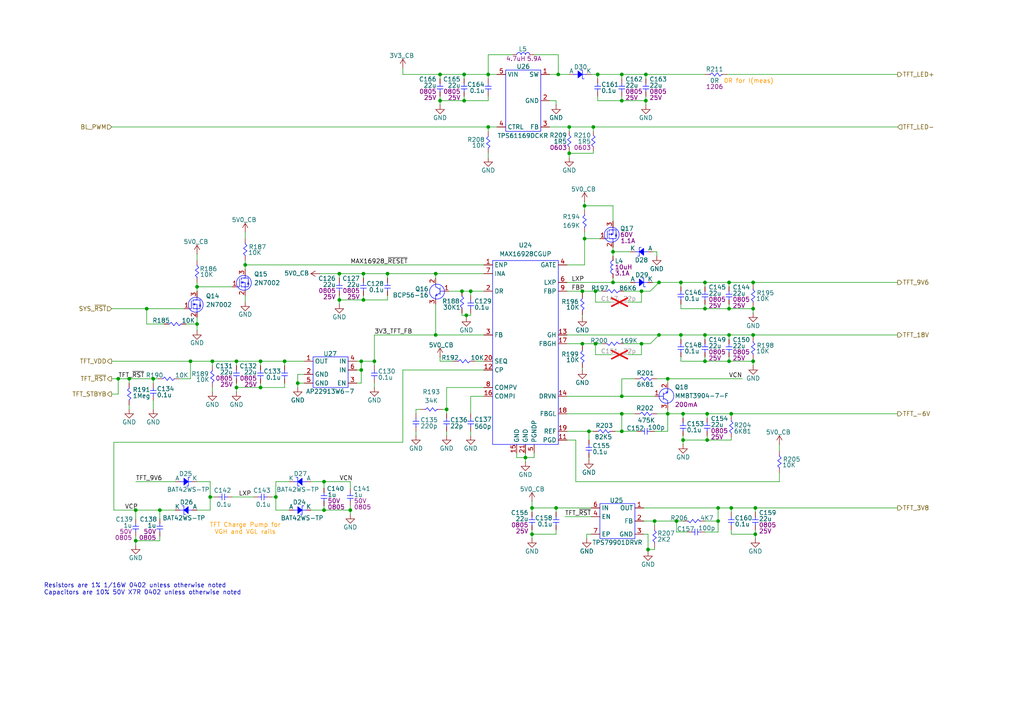
<source format=kicad_sch>
(kicad_sch (version 20250114) (generator "eeschema") (generator_version "9.0")
  (paper "A4")
  (title_block (title "RPI CMx Carrier") (date "2025-12-07") (rev "2.00-0A") (comment 1 "Jean-Francois Bilodeau") (comment 2 "P.Eng #6022173") (comment 3 "203-1690 Rue des quatre-saisons") (comment 4 "Sherbrooke, Canada, J1E0N2") (comment 5 "KiCad Rev 9.0") (comment 6 "TBD") (comment 7 "TBD") (comment 8 "WIP"))
  (text "Resistors are 1% 1/16W 0402 unless otherwise noted\nCapacitors are 10% 50V X7R 0402 unless otherwise noted" (at 12.7 170.942 0) (effects (font (size 1.27 1.27)) (justify left)))
  (text "TFT Charge Pump for\nVGH and VGL rails\n" (at 71.12 153.416 0) (effects (font (size 1.27 1.27))))
  (text "0R for I(meas)" (at 217.17 23.622 0) (effects (font (size 1.27 1.27))))
  (junction (at 135.255 91.44))
  (junction (at 34.29 109.855))
  (junction (at 205.105 127.635))
  (junction (at 98.425 79.375))
  (junction (at 172.085 36.83))
  (junction (at 86.36 111.125))
  (junction (at 177.8 81.915))
  (junction (at 169.545 59.69))
  (junction (at 80.01 144.145))
  (junction (at 212.09 147.32))
  (junction (at 57.15 83.185))
  (junction (at 112.395 79.375))
  (junction (at 152.4 132.715))
  (junction (at 161.29 147.32))
  (junction (at 126.365 97.155))
  (junction (at 219.075 154.94))
  (junction (at 180.34 125.095))
  (junction (at 211.455 89.535))
  (junction (at 154.305 147.32))
  (junction (at 133.985 84.455))
  (junction (at 71.12 76.835))
  (junction (at 75.565 112.395))
  (junction (at 172.72 84.455))
  (junction (at 180.34 114.935))
  (junction (at 212.09 120.015))
  (junction (at 127.635 21.59))
  (junction (at 198.12 120.015))
  (junction (at 180.34 29.21))
  (junction (at 189.865 151.13))
  (junction (at 204.47 104.775))
  (junction (at 134.62 21.59))
  (junction (at 37.465 109.855))
  (junction (at 129.54 118.745))
  (junction (at 168.91 84.455))
  (junction (at 204.47 89.535))
  (junction (at 61.595 104.775))
  (junction (at 93.98 147.955))
  (junction (at 170.815 125.095))
  (junction (at 108.585 104.775))
  (junction (at 218.44 104.775))
  (junction (at 208.28 147.32))
  (junction (at 177.8 73.025))
  (junction (at 196.215 151.13))
  (junction (at 136.525 84.455))
  (junction (at 193.675 120.015))
  (junction (at 172.72 99.695))
  (junction (at 82.55 104.775))
  (junction (at 101.6 147.955))
  (junction (at 211.455 97.155))
  (junction (at 198.12 127.635))
  (junction (at 197.485 97.155))
  (junction (at 169.545 69.215))
  (junction (at 204.47 97.155))
  (junction (at 165.1 36.83))
  (junction (at 218.44 97.155))
  (junction (at 42.545 89.535))
  (junction (at 126.365 79.375))
  (junction (at 105.41 79.375))
  (junction (at 134.62 29.21))
  (junction (at 211.455 81.915))
  (junction (at 165.1 44.45))
  (junction (at 187.325 21.59))
  (junction (at 105.41 86.995))
  (junction (at 141.605 36.83))
  (junction (at 173.355 21.59))
  (junction (at 98.425 86.995))
  (junction (at 197.485 81.915))
  (junction (at 39.37 147.955))
  (junction (at 127.635 29.21))
  (junction (at 186.055 99.695))
  (junction (at 187.325 29.21))
  (junction (at 39.37 156.845))
  (junction (at 211.455 104.775))
  (junction (at 161.925 21.59))
  (junction (at 219.075 147.32))
  (junction (at 191.135 97.155))
  (junction (at 55.245 104.775))
  (junction (at 93.98 139.7))
  (junction (at 180.34 21.59))
  (junction (at 191.135 81.915))
  (junction (at 218.44 81.915))
  (junction (at 154.305 154.94))
  (junction (at 218.44 89.535))
  (junction (at 193.675 109.855))
  (junction (at 60.96 144.145))
  (junction (at 141.605 21.59))
  (junction (at 187.96 159.385))
  (junction (at 180.34 120.015))
  (junction (at 57.15 93.98))
  (junction (at 68.58 112.395))
  (junction (at 104.775 104.775))
  (junction (at 205.105 120.015))
  (junction (at 46.355 147.955))
  (junction (at 68.58 104.775))
  (junction (at 204.47 81.915))
  (junction (at 168.91 99.695))
  (junction (at 75.565 104.775))
  (junction (at 208.28 151.13))
  (junction (at 186.055 84.455))
  (junction (at 44.45 109.855))
  (junction (at 104.775 107.315))
  (wire (pts (xy 218.44 89.535) (xy 211.455 89.535)))
  (wire (pts (xy 218.44 89.535) (xy 218.44 90.805)))
  (wire (pts (xy 61.595 104.775) (xy 68.58 104.775)))
  (wire (pts (xy 211.455 97.155) (xy 204.47 97.155)))
  (wire (pts (xy 159.385 36.83) (xy 165.1 36.83)))
  (wire (pts (xy 112.395 85.725) (xy 112.395 86.995)))
  (wire (pts (xy 178.435 125.095) (xy 180.34 125.095)))
  (wire (pts (xy 129.54 125.095) (xy 129.54 126.365)))
  (wire (pts (xy 98.425 85.725) (xy 98.425 86.995)))
  (wire (pts (xy 141.605 36.83) (xy 144.145 36.83)))
  (wire (pts (xy 198.12 127.635) (xy 205.105 127.635)))
  (wire (pts (xy 165.1 36.83) (xy 165.1 38.1)))
  (wire (pts (xy 82.55 111.125) (xy 82.55 112.395)))
  (wire (pts (xy 177.8 73.025) (xy 177.8 74.295)))
  (wire (pts (xy 42.545 93.98) (xy 47.625 93.98)))
  (wire (pts (xy 189.865 125.095) (xy 193.675 125.095)))
  (wire (pts (xy 172.72 99.695) (xy 172.72 102.87)))
  (wire (pts (xy 219.075 148.59) (xy 219.075 147.32)))
  (wire (pts (xy 101.6 146.685) (xy 101.6 147.955)))
  (wire (pts (xy 169.545 67.31) (xy 169.545 69.215)))
  (wire (pts (xy 198.12 120.015) (xy 205.105 120.015)))
  (wire (pts (xy 173.355 21.59) (xy 180.34 21.59)))
  (wire (pts (xy 187.96 159.385) (xy 187.96 160.02)))
  (wire (pts (xy 169.545 69.215) (xy 173.99 69.215)))
  (wire (pts (xy 180.34 29.21) (xy 180.34 27.94)))
  (wire (pts (xy 196.215 151.13) (xy 198.12 151.13)))
  (wire (pts (xy 127.635 22.86) (xy 127.635 21.59)))
  (wire (pts (xy 205.105 127.635) (xy 212.09 127.635)))
  (wire (pts (xy 103.505 111.125) (xy 104.775 111.125)))
  (wire (pts (xy 103.505 104.775) (xy 104.775 104.775)))
  (wire (pts (xy 127.635 27.94) (xy 127.635 29.21)))
  (wire (pts (xy 186.69 151.13) (xy 189.865 151.13)))
  (wire (pts (xy 98.425 86.995) (xy 105.41 86.995)))
  (wire (pts (xy 187.325 27.94) (xy 187.325 29.21)))
  (wire (pts (xy 129.54 112.395) (xy 140.335 112.395)))
  (wire (pts (xy 161.29 148.59) (xy 161.29 147.32)))
  (wire (pts (xy 134.62 21.59) (xy 141.605 21.59)))
  (wire (pts (xy 186.69 147.32) (xy 208.28 147.32)))
  (wire (pts (xy 218.44 97.155) (xy 260.35 97.155)))
  (wire (pts (xy 149.86 132.715) (xy 152.4 132.715)))
  (wire (pts (xy 86.36 111.125) (xy 88.265 111.125)))
  (wire (pts (xy 177.8 73.025) (xy 182.88 73.025)))
  (wire (pts (xy 39.37 156.845) (xy 46.355 156.845)))
  (wire (pts (xy 80.01 139.7) (xy 80.01 144.145)))
  (wire (pts (xy 55.245 104.775) (xy 55.245 109.855)))
  (wire (pts (xy 80.01 144.145) (xy 80.01 147.955)))
  (wire (pts (xy 193.675 120.015) (xy 193.675 125.095)))
  (wire (pts (xy 210.82 21.59) (xy 260.35 21.59)))
  (wire (pts (xy 104.775 104.775) (xy 108.585 104.775)))
  (wire (pts (xy 39.37 156.845) (xy 39.37 158.115)))
  (wire (pts (xy 197.485 103.505) (xy 197.485 104.775)))
  (wire (pts (xy 170.815 132.715) (xy 170.815 133.35)))
  (wire (pts (xy 218.44 104.14) (xy 218.44 104.775)))
  (wire (pts (xy 33.02 128.27) (xy 33.02 147.955)))
  (wire (pts (xy 161.925 15.875) (xy 161.925 21.59)))
  (wire (pts (xy 71.12 76.835) (xy 140.335 76.835)))
  (wire (pts (xy 189.23 81.915) (xy 191.135 81.915)))
  (wire (pts (xy 116.84 107.315) (xy 140.335 107.315)))
  (wire (pts (xy 186.055 99.695) (xy 188.595 99.695)))
  (wire (pts (xy 164.465 114.935) (xy 180.34 114.935)))
  (wire (pts (xy 182.245 102.87) (xy 186.055 102.87)))
  (wire (pts (xy 161.925 21.59) (xy 165.1 21.59)))
  (wire (pts (xy 82.55 104.775) (xy 75.565 104.775)))
  (wire (pts (xy 129.54 118.745) (xy 129.54 120.015)))
  (wire (pts (xy 198.12 126.365) (xy 198.12 127.635)))
  (wire (pts (xy 211.455 98.425) (xy 211.455 97.155)))
  (wire (pts (xy 170.815 125.095) (xy 172.085 125.095)))
  (wire (pts (xy 127.635 104.775) (xy 131.445 104.775)))
  (wire (pts (xy 71.12 76.835) (xy 71.12 78.105)))
  (wire (pts (xy 154.94 131.445) (xy 154.94 132.715)))
  (wire (pts (xy 133.985 84.455) (xy 136.525 84.455)))
  (wire (pts (xy 196.215 151.13) (xy 196.215 154.305)))
  (wire (pts (xy 126.365 88.265) (xy 126.365 97.155)))
  (wire (pts (xy 133.985 91.44) (xy 135.255 91.44)))
  (wire (pts (xy 68.58 106.045) (xy 68.58 104.775)))
  (wire (pts (xy 173.355 27.94) (xy 173.355 29.21)))
  (wire (pts (xy 204.47 98.425) (xy 204.47 97.155)))
  (wire (pts (xy 133.985 90.805) (xy 133.985 91.44)))
  (wire (pts (xy 189.865 158.75) (xy 189.865 159.385)))
  (wire (pts (xy 152.4 131.445) (xy 152.4 132.715)))
  (wire (pts (xy 169.545 69.215) (xy 169.545 76.835)))
  (wire (pts (xy 141.605 27.94) (xy 141.605 29.21)))
  (wire (pts (xy 57.15 81.915) (xy 57.15 83.185)))
  (wire (pts (xy 196.215 154.305) (xy 199.39 154.305)))
  (wire (pts (xy 161.29 153.67) (xy 161.29 154.94)))
  (wire (pts (xy 52.07 109.855) (xy 55.245 109.855)))
  (wire (pts (xy 168.91 84.455) (xy 168.91 85.09)))
  (wire (pts (xy 71.12 75.565) (xy 71.12 76.835)))
  (wire (pts (xy 154.305 153.67) (xy 154.305 154.94)))
  (wire (pts (xy 169.545 59.69) (xy 177.8 59.69)))
  (wire (pts (xy 39.37 147.955) (xy 39.37 150.495)))
  (wire (pts (xy 127.635 103.505) (xy 127.635 104.775)))
  (wire (pts (xy 219.075 154.94) (xy 219.075 156.21)))
  (wire (pts (xy 98.425 80.645) (xy 98.425 79.375)))
  (wire (pts (xy 116.84 19.685) (xy 116.84 21.59)))
  (wire (pts (xy 197.485 81.915) (xy 204.47 81.915)))
  (wire (pts (xy 46.355 147.955) (xy 50.8 147.955)))
  (wire (pts (xy 190.5 120.015) (xy 193.675 120.015)))
  (wire (pts (xy 154.305 147.32) (xy 161.29 147.32)))
  (wire (pts (xy 127.635 29.21) (xy 127.635 30.48)))
  (wire (pts (xy 101.6 139.7) (xy 101.6 141.605)))
  (wire (pts (xy 211.455 88.265) (xy 211.455 89.535)))
  (wire (pts (xy 180.34 109.855) (xy 180.34 114.935)))
  (wire (pts (xy 219.075 153.67) (xy 219.075 154.94)))
  (wire (pts (xy 57.15 83.185) (xy 67.31 83.185)))
  (wire (pts (xy 172.72 84.455) (xy 174.625 84.455)))
  (wire (pts (xy 33.02 147.955) (xy 39.37 147.955)))
  (wire (pts (xy 197.485 104.775) (xy 204.47 104.775)))
  (wire (pts (xy 134.62 29.21) (xy 134.62 27.94)))
  (wire (pts (xy 168.91 84.455) (xy 172.72 84.455)))
  (wire (pts (xy 105.41 79.375) (xy 112.395 79.375)))
  (wire (pts (xy 78.74 144.145) (xy 80.01 144.145)))
  (wire (pts (xy 71.12 67.31) (xy 71.12 69.215)))
  (wire (pts (xy 180.34 21.59) (xy 187.325 21.59)))
  (wire (pts (xy 130.175 84.455) (xy 133.985 84.455)))
  (wire (pts (xy 75.565 106.045) (xy 75.565 104.775)))
  (wire (pts (xy 164.465 97.155) (xy 191.135 97.155)))
  (wire (pts (xy 189.865 151.13) (xy 196.215 151.13)))
  (wire (pts (xy 212.09 120.015) (xy 212.09 120.65)))
  (wire (pts (xy 154.305 154.94) (xy 161.29 154.94)))
  (wire (pts (xy 165.1 43.815) (xy 165.1 44.45)))
  (wire (pts (xy 126.365 79.375) (xy 140.335 79.375)))
  (wire (pts (xy 172.085 43.815) (xy 172.085 44.45)))
  (wire (pts (xy 141.605 21.59) (xy 141.605 22.86)))
  (wire (pts (xy 55.245 104.775) (xy 61.595 104.775)))
  (wire (pts (xy 120.65 125.095) (xy 120.65 126.365)))
  (wire (pts (xy 163.83 149.86) (xy 171.45 149.86)))
  (wire (pts (xy 90.17 147.955) (xy 93.98 147.955)))
  (wire (pts (xy 180.34 120.015) (xy 184.15 120.015)))
  (wire (pts (xy 39.37 147.955) (xy 46.355 147.955)))
  (wire (pts (xy 105.41 86.995) (xy 105.41 85.725)))
  (wire (pts (xy 180.975 99.695) (xy 186.055 99.695)))
  (wire (pts (xy 60.96 144.145) (xy 62.23 144.145)))
  (wire (pts (xy 39.37 155.575) (xy 39.37 156.845)))
  (wire (pts (xy 172.085 36.83) (xy 260.35 36.83)))
  (wire (pts (xy 86.36 108.585) (xy 86.36 111.125)))
  (wire (pts (xy 168.91 99.695) (xy 172.72 99.695)))
  (wire (pts (xy 152.4 132.715) (xy 152.4 133.985)))
  (wire (pts (xy 104.775 104.775) (xy 104.775 107.315)))
  (wire (pts (xy 218.44 104.775) (xy 218.44 106.045)))
  (wire (pts (xy 98.425 86.995) (xy 98.425 88.265)))
  (wire (pts (xy 170.18 154.94) (xy 171.45 154.94)))
  (wire (pts (xy 68.58 104.775) (xy 75.565 104.775)))
  (wire (pts (xy 112.395 86.995) (xy 105.41 86.995)))
  (wire (pts (xy 212.09 127) (xy 212.09 127.635)))
  (wire (pts (xy 32.385 36.83) (xy 141.605 36.83)))
  (wire (pts (xy 164.465 84.455) (xy 168.91 84.455)))
  (wire (pts (xy 116.84 21.59) (xy 127.635 21.59)))
  (wire (pts (xy 57.15 92.075) (xy 57.15 93.98)))
  (wire (pts (xy 33.02 128.27) (xy 116.84 128.27)))
  (wire (pts (xy 205.105 127.635) (xy 205.105 126.365)))
  (wire (pts (xy 159.385 21.59) (xy 161.925 21.59)))
  (wire (pts (xy 108.585 111.125) (xy 108.585 112.395)))
  (wire (pts (xy 82.55 104.775) (xy 88.265 104.775)))
  (wire (pts (xy 134.62 22.86) (xy 134.62 21.59)))
  (wire (pts (xy 126.365 97.155) (xy 140.335 97.155)))
  (wire (pts (xy 161.29 147.32) (xy 171.45 147.32)))
  (wire (pts (xy 211.455 83.185) (xy 211.455 81.915)))
  (wire (pts (xy 42.545 89.535) (xy 53.34 89.535)))
  (wire (pts (xy 211.455 81.915) (xy 204.47 81.915)))
  (wire (pts (xy 177.8 80.645) (xy 177.8 81.915)))
  (wire (pts (xy 80.01 147.955) (xy 83.82 147.955)))
  (wire (pts (xy 164.465 99.695) (xy 168.91 99.695)))
  (wire (pts (xy 86.36 111.125) (xy 86.36 112.395)))
  (wire (pts (xy 159.385 29.21) (xy 161.29 29.21)))
  (wire (pts (xy 32.385 109.855) (xy 34.29 109.855)))
  (wire (pts (xy 172.72 102.87) (xy 177.165 102.87)))
  (wire (pts (xy 68.58 111.125) (xy 68.58 112.395)))
  (wire (pts (xy 197.485 81.915) (xy 197.485 83.185)))
  (wire (pts (xy 182.245 87.63) (xy 186.055 87.63)))
  (wire (pts (xy 177.8 81.915) (xy 182.88 81.915)))
  (wire (pts (xy 34.29 109.855) (xy 37.465 109.855)))
  (wire (pts (xy 165.1 36.83) (xy 172.085 36.83)))
  (wire (pts (xy 164.465 127.635) (xy 167.005 127.635)))
  (wire (pts (xy 154.94 15.875) (xy 161.925 15.875)))
  (wire (pts (xy 197.485 97.155) (xy 204.47 97.155)))
  (wire (pts (xy 219.075 154.94) (xy 212.09 154.94)))
  (wire (pts (xy 186.055 99.695) (xy 186.055 102.87)))
  (wire (pts (xy 57.15 83.185) (xy 57.15 84.455)))
  (wire (pts (xy 165.1 44.45) (xy 165.1 45.72)))
  (wire (pts (xy 67.31 144.145) (xy 73.66 144.145)))
  (wire (pts (xy 170.18 154.94) (xy 170.18 156.21)))
  (wire (pts (xy 188.595 84.455) (xy 191.135 81.915)))
  (wire (pts (xy 187.325 29.21) (xy 187.325 30.48)))
  (wire (pts (xy 204.47 151.13) (xy 208.28 151.13)))
  (wire (pts (xy 208.28 151.13) (xy 208.28 154.305)))
  (wire (pts (xy 42.545 89.535) (xy 42.545 93.98)))
  (wire (pts (xy 60.96 139.7) (xy 60.96 144.145)))
  (wire (pts (xy 164.465 81.915) (xy 177.8 81.915)))
  (wire (pts (xy 168.91 106.68) (xy 168.91 107.315)))
  (wire (pts (xy 141.605 15.875) (xy 141.605 21.59)))
  (wire (pts (xy 212.09 148.59) (xy 212.09 147.32)))
  (wire (pts (xy 219.075 147.32) (xy 260.35 147.32)))
  (wire (pts (xy 32.385 89.535) (xy 42.545 89.535)))
  (wire (pts (xy 32.385 114.3) (xy 34.29 114.3)))
  (wire (pts (xy 172.72 84.455) (xy 172.72 87.63)))
  (wire (pts (xy 60.96 144.145) (xy 60.96 147.955)))
  (wire (pts (xy 44.45 109.855) (xy 45.72 109.855)))
  (wire (pts (xy 103.505 107.315) (xy 104.775 107.315)))
  (wire (pts (xy 92.71 79.375) (xy 98.425 79.375)))
  (wire (pts (xy 71.12 85.725) (xy 71.12 87.63)))
  (wire (pts (xy 141.605 36.83) (xy 141.605 38.1)))
  (wire (pts (xy 164.465 125.095) (xy 170.815 125.095)))
  (wire (pts (xy 46.355 147.955) (xy 46.355 150.495)))
  (wire (pts (xy 137.795 104.775) (xy 140.335 104.775)))
  (wire (pts (xy 187.325 22.86) (xy 187.325 21.59)))
  (wire (pts (xy 141.605 44.45) (xy 141.605 45.72)))
  (wire (pts (xy 191.135 97.155) (xy 197.485 97.155)))
  (wire (pts (xy 211.455 81.915) (xy 218.44 81.915)))
  (wire (pts (xy 190.5 109.855) (xy 193.675 109.855)))
  (wire (pts (xy 172.72 87.63) (xy 177.165 87.63)))
  (wire (pts (xy 180.34 120.015) (xy 180.34 125.095)))
  (wire (pts (xy 187.325 29.21) (xy 180.34 29.21)))
  (wire (pts (xy 86.36 108.585) (xy 88.265 108.585)))
  (wire (pts (xy 136.525 84.455) (xy 136.525 85.725)))
  (wire (pts (xy 169.545 59.69) (xy 169.545 60.96)))
  (wire (pts (xy 204.47 83.185) (xy 204.47 81.915)))
  (wire (pts (xy 126.365 79.375) (xy 126.365 80.645)))
  (wire (pts (xy 44.45 109.855) (xy 44.45 111.125)))
  (wire (pts (xy 180.34 125.095) (xy 184.785 125.095)))
  (wire (pts (xy 101.6 147.955) (xy 101.6 149.225)))
  (wire (pts (xy 187.96 154.94) (xy 186.69 154.94)))
  (wire (pts (xy 180.34 114.935) (xy 189.865 114.935)))
  (wire (pts (xy 211.455 103.505) (xy 211.455 104.775)))
  (wire (pts (xy 90.17 139.7) (xy 93.98 139.7)))
  (wire (pts (xy 128.27 118.745) (xy 129.54 118.745)))
  (wire (pts (xy 211.455 97.155) (xy 218.44 97.155)))
  (wire (pts (xy 205.105 120.015) (xy 205.105 121.285)))
  (wire (pts (xy 212.09 153.67) (xy 212.09 154.94)))
  (wire (pts (xy 189.23 73.025) (xy 190.5 73.025)))
  (wire (pts (xy 171.45 21.59) (xy 173.355 21.59)))
  (wire (pts (xy 152.4 132.715) (xy 154.94 132.715)))
  (wire (pts (xy 198.12 127.635) (xy 198.12 128.905)))
  (wire (pts (xy 129.54 112.395) (xy 129.54 118.745)))
  (wire (pts (xy 218.44 81.915) (xy 218.44 82.55)))
  (wire (pts (xy 218.44 81.915) (xy 260.35 81.915)))
  (wire (pts (xy 112.395 79.375) (xy 126.365 79.375)))
  (wire (pts (xy 226.06 128.905) (xy 226.06 130.81)))
  (wire (pts (xy 154.305 148.59) (xy 154.305 147.32)))
  (wire (pts (xy 226.06 137.16) (xy 226.06 139.7)))
  (wire (pts (xy 219.075 147.32) (xy 212.09 147.32)))
  (wire (pts (xy 46.355 155.575) (xy 46.355 156.845)))
  (wire (pts (xy 197.485 89.535) (xy 204.47 89.535)))
  (wire (pts (xy 193.675 120.015) (xy 198.12 120.015)))
  (wire (pts (xy 208.28 147.32) (xy 208.28 151.13)))
  (wire (pts (xy 204.47 89.535) (xy 204.47 88.265)))
  (wire (pts (xy 135.255 91.44) (xy 136.525 91.44)))
  (wire (pts (xy 189.865 151.13) (xy 189.865 152.4)))
  (wire (pts (xy 187.96 154.94) (xy 187.96 159.385)))
  (wire (pts (xy 82.55 104.775) (xy 82.55 106.045)))
  (wire (pts (xy 218.44 104.775) (xy 211.455 104.775)))
  (wire (pts (xy 193.675 109.855) (xy 215.265 109.855)))
  (wire (pts (xy 127.635 29.21) (xy 134.62 29.21)))
  (wire (pts (xy 108.585 104.775) (xy 108.585 106.045)))
  (wire (pts (xy 193.675 109.855) (xy 193.675 111.125)))
  (wire (pts (xy 120.65 118.745) (xy 121.92 118.745)))
  (wire (pts (xy 80.01 139.7) (xy 83.82 139.7)))
  (wire (pts (xy 93.98 146.685) (xy 93.98 147.955)))
  (wire (pts (xy 218.44 88.9) (xy 218.44 89.535)))
  (wire (pts (xy 68.58 112.395) (xy 75.565 112.395)))
  (wire (pts (xy 93.98 147.955) (xy 101.6 147.955)))
  (wire (pts (xy 57.15 93.98) (xy 57.15 95.885)))
  (wire (pts (xy 104.775 107.315) (xy 104.775 111.125)))
  (wire (pts (xy 211.455 104.775) (xy 204.47 104.775)))
  (wire (pts (xy 61.595 104.775) (xy 61.595 106.045)))
  (wire (pts (xy 167.005 127.635) (xy 167.005 139.7)))
  (wire (pts (xy 136.525 84.455) (xy 140.335 84.455)))
  (wire (pts (xy 187.96 159.385) (xy 189.865 159.385)))
  (wire (pts (xy 172.085 36.83) (xy 172.085 38.1)))
  (wire (pts (xy 198.12 120.015) (xy 198.12 121.285)))
  (wire (pts (xy 177.8 59.69) (xy 177.8 64.135)))
  (wire (pts (xy 165.1 44.45) (xy 172.085 44.45)))
  (wire (pts (xy 177.8 71.755) (xy 177.8 73.025)))
  (wire (pts (xy 120.65 118.745) (xy 120.65 120.015)))
  (wire (pts (xy 61.595 112.395) (xy 61.595 113.665)))
  (wire (pts (xy 169.545 76.835) (xy 164.465 76.835)))
  (wire (pts (xy 170.815 125.095) (xy 170.815 127.635)))
  (wire (pts (xy 37.465 109.855) (xy 44.45 109.855)))
  (wire (pts (xy 136.525 114.935) (xy 140.335 114.935)))
  (wire (pts (xy 180.975 84.455) (xy 186.055 84.455)))
  (wire (pts (xy 186.055 84.455) (xy 188.595 84.455)))
  (wire (pts (xy 197.485 97.155) (xy 197.485 98.425)))
  (wire (pts (xy 204.47 104.775) (xy 204.47 103.505)))
  (wire (pts (xy 93.98 139.7) (xy 93.98 141.605)))
  (wire (pts (xy 93.98 139.7) (xy 101.6 139.7)))
  (wire (pts (xy 173.355 21.59) (xy 173.355 22.86)))
  (wire (pts (xy 57.15 139.7) (xy 60.96 139.7)))
  (wire (pts (xy 32.385 104.775) (xy 55.245 104.775)))
  (wire (pts (xy 105.41 80.645) (xy 105.41 79.375)))
  (wire (pts (xy 37.465 117.475) (xy 37.465 118.745)))
  (wire (pts (xy 172.72 99.695) (xy 174.625 99.695)))
  (wire (pts (xy 57.15 73.66) (xy 57.15 75.565)))
  (wire (pts (xy 204.47 154.305) (xy 208.28 154.305)))
  (wire (pts (xy 173.355 29.21) (xy 180.34 29.21)))
  (wire (pts (xy 136.525 90.805) (xy 136.525 91.44)))
  (wire (pts (xy 108.585 104.775) (xy 108.585 97.155)))
  (wire (pts (xy 169.545 58.42) (xy 169.545 59.69)))
  (wire (pts (xy 149.86 131.445) (xy 149.86 132.715)))
  (wire (pts (xy 136.525 114.935) (xy 136.525 120.015)))
  (wire (pts (xy 44.45 116.205) (xy 44.45 118.745)))
  (wire (pts (xy 211.455 89.535) (xy 204.47 89.535)))
  (wire (pts (xy 190.5 73.025) (xy 190.5 74.295)))
  (wire (pts (xy 39.37 139.7) (xy 50.8 139.7)))
  (wire (pts (xy 136.525 125.095) (xy 136.525 126.365)))
  (wire (pts (xy 188.595 99.695) (xy 191.135 97.155)))
  (wire (pts (xy 141.605 29.21) (xy 134.62 29.21)))
  (wire (pts (xy 218.44 97.155) (xy 218.44 97.79)))
  (wire (pts (xy 180.34 22.86) (xy 180.34 21.59)))
  (wire (pts (xy 53.975 93.98) (xy 57.15 93.98)))
  (wire (pts (xy 127.635 21.59) (xy 134.62 21.59)))
  (wire (pts (xy 108.585 97.155) (xy 126.365 97.155)))
  (wire (pts (xy 205.105 120.015) (xy 212.09 120.015)))
  (wire (pts (xy 112.395 79.375) (xy 112.395 80.645)))
  (wire (pts (xy 75.565 112.395) (xy 75.565 111.125)))
  (wire (pts (xy 212.09 120.015) (xy 260.35 120.015)))
  (wire (pts (xy 168.91 91.44) (xy 168.91 92.075)))
  (wire (pts (xy 98.425 79.375) (xy 105.41 79.375)))
  (wire (pts (xy 197.485 88.265) (xy 197.485 89.535)))
  (wire (pts (xy 187.325 21.59) (xy 204.47 21.59)))
  (wire (pts (xy 191.135 81.915) (xy 197.485 81.915)))
  (wire (pts (xy 68.58 112.395) (xy 68.58 113.665)))
  (wire (pts (xy 37.465 109.855) (xy 37.465 111.125)))
  (wire (pts (xy 141.605 21.59) (xy 144.145 21.59)))
  (wire (pts (xy 82.55 112.395) (xy 75.565 112.395)))
  (wire (pts (xy 186.055 84.455) (xy 186.055 87.63)))
  (wire (pts (xy 154.305 154.94) (xy 154.305 156.21)))
  (wire (pts (xy 135.255 91.44) (xy 135.255 92.075)))
  (wire (pts (xy 154.305 145.415) (xy 154.305 147.32)))
  (wire (pts (xy 193.675 118.745) (xy 193.675 120.015)))
  (wire (pts (xy 164.465 120.015) (xy 180.34 120.015)))
  (wire (pts (xy 141.605 15.875) (xy 148.59 15.875)))
  (wire (pts (xy 57.15 147.955) (xy 60.96 147.955)))
  (wire (pts (xy 208.28 147.32) (xy 212.09 147.32)))
  (wire (pts (xy 167.005 139.7) (xy 226.06 139.7)))
  (wire (pts (xy 34.29 109.855) (xy 34.29 114.3)))
  (wire (pts (xy 180.34 109.855) (xy 184.15 109.855)))
  (wire (pts (xy 116.84 107.315) (xy 116.84 128.27)))
  (wire (pts (xy 168.91 99.695) (xy 168.91 100.33)))
  (wire (pts (xy 161.29 29.21) (xy 161.29 30.48)))
  (label "LXP" (at 165.735 81.915 0))
  (label "LXP" (at 69.215 144.145 0))
  (label "FBP" (at 165.735 84.455 0))
  (label "TFT_9V6" (at 39.37 139.7 0))
  (label "VCP" (at 36.195 147.955 0))
  (label "3V3_TFT_FB" (at 108.585 97.155 0))
  (label "MAX16928_~{RESET}" (at 101.6 76.835 0))
  (label "VCN" (at 215.265 109.855 180))
  (label "VCN" (at 98.425 139.7 0))
  (label "TFT_~{RST}" (at 34.29 109.855 0))
  (label "TFT_~{RST}" (at 163.83 149.86 0))
  (hierarchical_label "TFT_STBYB" (shape output) (at 32.385 114.3 180))
  (hierarchical_label "BL_PWM" (shape input) (at 32.385 36.83 180))
  (hierarchical_label "TFT_-6V" (shape output) (at 260.35 120.015 0))
  (hierarchical_label "TFT_18V" (shape output) (at 260.35 97.155 0))
  (hierarchical_label "SYS_~{RST}" (shape input) (at 32.385 89.535 180))
  (hierarchical_label "TFT_~{RST}" (shape output) (at 32.385 109.855 180))
  (hierarchical_label "TFT_VDD" (shape output) (at 32.385 104.775 180))
  (hierarchical_label "TFT_3V8" (shape output) (at 260.35 147.32 0))
  (hierarchical_label "TFT_LED-" (shape input) (at 260.35 36.83 0))
  (hierarchical_label "TFT_9V6" (shape output) (at 260.35 81.915 0))
  (hierarchical_label "TFT_LED+" (shape output) (at 260.35 21.59 0))
  (symbol (lib_id "KicadCompDb:Resistors/RES_SMT_00026") (at 169.545 66.04 270) (mirror x) (unit 1)
    (property "Reference" "R194" (at 168.275 62.8649 90) (effects (justify right)))
    (property "Value" "169K" (at 168.275 65.4049 90) (effects (justify right)))
    (property "Footprint" "footprint:RES_0402" (effects (hide yes)))
    (property "Datasheet" "https://www.yageogroup.com/content/datasheet/asset/file/PYU-RC_GROUP_51_ROHS_L" (effects (hide yes)))
    (property "Description" "RES 169K OHM 1% 1/16W 0402" (effects (hide yes)))
    (property "Tolerance" "1%" (effects (hide yes)))
    (property "Power" "1/16W" (effects (hide yes)))
    (property "Package" "0402" (effects (hide yes)))
    (property "Manufacturer" "YAGEO" (effects (hide yes)))
    (property "Manufacturer Part Number" "RC0402FR-07169KL" (effects (hide yes)))
    (property "Distributor" "DigiKey" (effects (hide yes)))
    (property "Distributor Part Number" "YAG3000CT-ND" (effects (hide yes)))
    (property "Temperature Coefficient" "±100ppm/°C" (effects (hide yes)))
    (property "Operating Temperature" "-55°C ~ 155°C" (effects (hide yes)))
    (property "Type" "RES SMT" (effects (hide yes)))
    (property "Dimensions" "1.00mm x 0.50mm" (effects (hide yes)))
  )
  (symbol (lib_id "KiCad_Pwr_Symbols:GND") (at 120.65 126.365 0) (unit 1)
    (property "Reference" "#PWR0245" (effects (hide yes)))
    (property "Value" "GND" (at 120.65 130.048 0))
    (property "Description" "Power symbol creates a global label with name \"GND\" , ground" (effects (hide yes)))
  )
  (symbol (lib_id "KicadCompDb:Capacitors/CAP_CER_SMT_00001") (at 112.395 85.725 270) (mirror x) (unit 1)
    (property "Reference" "C128" (at 111.379 82.296 90) (effects (justify right)))
    (property "Value" "0.1u" (at 111.379 84.074 90) (effects (justify right)))
    (property "Footprint" "footprint:CAP_NONPOL_0402" (effects (hide yes)))
    (property "Datasheet" "https://search.murata.co.jp/Ceramy/image/img/A01X/G101/ENG/GRM155R71H104KE14-01.pdf" (effects (hide yes)))
    (property "Description" "CAP CER 0.1UF 50V X7R 0402" (effects (hide yes)))
    (property "Tolerance" "±10%" (effects (hide yes)))
    (property "Dielectric" "X7R" (effects (hide yes)))
    (property "Package" "0402" (effects (hide yes)))
    (property "Operating Temperature" "-55°C ~ 125°C" (effects (hide yes)))
    (property "Voltage Rating" "50V" (effects (hide yes)))
    (property "Manufacturer" "Murata Electronics" (effects (hide yes)))
    (property "Manufacturer Part Number" "GRM155R71H104KE14D" (effects (hide yes)))
    (property "Distributor" "DigiKey" (effects (hide yes)))
    (property "Distributor Part Number" "490-10700-1-ND" (effects (hide yes)))
    (property "Type" "CER SMT" (effects (hide yes)))
    (property "Dimensions" "1.00mm x 0.50mm" (effects (hide yes)))
  )
  (symbol (lib_id "KicadCompDb:Resistors/RES_SMT_00030") (at 175.895 84.455 0) (unit 1)
    (property "Reference" "R197" (at 173.99 83.566 0))
    (property "Value" "86K6" (at 182.118 83.566 0))
    (property "Footprint" "footprint:RES_0402" (effects (hide yes)))
    (property "Datasheet" "https://www.yageogroup.com/content/datasheet/asset/file/PYU-AC_51_ROHS_L" (effects (hide yes)))
    (property "Description" "RES SMD 86.6K OHM 1% 1/16W 0402" (effects (hide yes)))
    (property "Tolerance" "1%" (effects (hide yes)))
    (property "Power" "1/16W" (effects (hide yes)))
    (property "Package" "0402" (effects (hide yes)))
    (property "Manufacturer" "YAGEO" (effects (hide yes)))
    (property "Manufacturer Part Number" "AC0402FR-0786K6L" (effects (hide yes)))
    (property "Distributor" "DigiKey" (effects (hide yes)))
    (property "Distributor Part Number" "YAG5692CT-ND" (effects (hide yes)))
    (property "Temperature Coefficient" "±100ppm/°C" (effects (hide yes)))
    (property "Operating Temperature" "-55°C ~ 155°C" (effects (hide yes)))
    (property "Type" "RES SMT" (effects (hide yes)))
    (property "Dimensions" "1.00mm x 0.50mm" (effects (hide yes)))
  )
  (symbol (lib_id "KicadCompDb:Capacitors/CAP_CER_SMT_00011") (at 154.305 153.67 270) (mirror x) (unit 1)
    (property "Reference" "C156" (at 153.289 148.717 90) (effects (justify right)))
    (property "Value" "22u" (at 153.289 150.495 90) (effects (justify right)))
    (property "Footprint" "footprint:CAP_NONPOL_0805" (effects (hide yes)))
    (property "Datasheet" "https://mm.digikey.com/Volume0/opasdata/d220001/medias/docus/339/CL21A226MAYNNNE_Spec.pdf" (effects (hide yes)))
    (property "Description" "CAP CER 22UF 25V X5R 0805" (effects (hide yes)))
    (property "Tolerance" "±20%" (effects (hide yes)))
    (property "Dielectric" "X5R" (effects (hide yes)))
    (property "Package" "0805" (at 153.289 152.273 90) (effects (justify right)))
    (property "Operating Temperature" "-55°C ~ 85°C" (effects (hide yes)))
    (property "Voltage Rating" "25V" (at 153.289 154.051 90) (effects (justify right)))
    (property "Manufacturer" "Samsung Electro-Mechanics" (effects (hide yes)))
    (property "Manufacturer Part Number" "CL21A226MAYNNNE" (effects (hide yes)))
    (property "Distributor" "DigiKey" (effects (hide yes)))
    (property "Distributor Part Number" "1276-CL21A226MAYNNNECT-ND" (effects (hide yes)))
    (property "Type" "CER SMT" (effects (hide yes)))
    (property "Dimensions" "2.00mm x 1.25mm" (effects (hide yes)))
  )
  (symbol (lib_id "KicadCompDb:Inductor/IND_00008") (at 149.86 15.875 0) (unit 1)
    (property "Reference" "L5" (at 151.638 14.224 0))
    (property "Value" "PA5003.472NLT" (effects (hide yes)))
    (property "Footprint" "footprint:PA5003" (effects (hide yes)))
    (property "Datasheet" "https://www.yageogroup.com/content/datasheet/asset/file/DATASHEET_P808" (effects (hide yes)))
    (property "Description" "FIXED IND 4.7UH 5.9A 36.3MOHM SM" (effects (hide yes)))
    (property "Current (Rated)" "5.9A" (at 154.94 17.018 0))
    (property "Inductance" "4.7uH" (at 149.606 17.018 0))
    (property "Type" "COMPOSITE" (effects (hide yes)))
    (property "Core Material" "FERRITE" (effects (hide yes)))
    (property "Tolerance" "±20%" (effects (hide yes)))
    (property "Current (Sat)" "8.2A" (effects (hide yes)))
    (property "Shielding" "SHIELDED" (effects (hide yes)))
    (property "DCR" "0.036Ohm" (effects (hide yes)))
    (property "Package" "PA5003" (effects (hide yes)))
    (property "Operating Temperature" "-40°C ~ 125°C" (effects (hide yes)))
    (property "Dimensions" "5.50mm x 5.30mm" (effects (hide yes)))
    (property "Manufacturer" "Pulse Electronics" (effects (hide yes)))
    (property "Manufacturer Part Number" "PA5003.472NLT" (effects (hide yes)))
    (property "Distributor" "DigiKey" (effects (hide yes)))
    (property "Distributor Part Number" "553-4090-1-ND" (effects (hide yes)))
  )
  (symbol (lib_id "KicadCompDb:Resistors/RES_SMT_00016") (at 133.985 89.535 90) (unit 1)
    (property "Reference" "R188" (at 133.35 87.376 90) (effects (justify left)))
    (property "Value" "30K1" (at 133.604 89.154 90) (effects (justify left)))
    (property "Footprint" "footprint:RES_0402" (effects (hide yes)))
    (property "Datasheet" "https://www.yageogroup.com/content/datasheet/asset/file/PYU-RC_GROUP_51_ROHS_L" (effects (hide yes)))
    (property "Description" "RES 30.1K OHM 1% 1/16W 0402" (effects (hide yes)))
    (property "Tolerance" "1%" (effects (hide yes)))
    (property "Power" "1/16W" (effects (hide yes)))
    (property "Package" "0402" (effects (hide yes)))
    (property "Manufacturer" "YAGEO" (effects (hide yes)))
    (property "Manufacturer Part Number" "RC0402FR-0730K1L" (effects (hide yes)))
    (property "Distributor" "DigiKey" (effects (hide yes)))
    (property "Distributor Part Number" "311-30.1KLRCT-ND" (effects (hide yes)))
    (property "Temperature Coefficient" "±100ppm/°C" (effects (hide yes)))
    (property "Operating Temperature" "-55°C ~ 155°C" (effects (hide yes)))
    (property "Type" "RES SMT" (effects (hide yes)))
    (property "Dimensions" "1.00mm x 0.50mm" (effects (hide yes)))
  )
  (symbol (lib_id "KicadCompDb:Resistors/RES_SMT_00013") (at 168.91 105.41 270) (mirror x) (unit 1)
    (property "Reference" "R199" (at 165.354 102.743 90))
    (property "Value" "10K" (at 166.116 104.394 90))
    (property "Footprint" "footprint:RES_0402" (effects (hide yes)))
    (property "Datasheet" "https://www.yageogroup.com/content/datasheet/asset/file/PYU-RC_GROUP_51_ROHS_L" (effects (hide yes)))
    (property "Description" "RES 10K OHM 1% 1/16W 0402" (effects (hide yes)))
    (property "Tolerance" "1%" (effects (hide yes)))
    (property "Power" "1/16W" (effects (hide yes)))
    (property "Package" "0402" (effects (hide yes)))
    (property "Manufacturer" "YAGEO" (effects (hide yes)))
    (property "Manufacturer Part Number" "RC0402FR-0710KL" (effects (hide yes)))
    (property "Distributor" "DigiKey" (effects (hide yes)))
    (property "Distributor Part Number" "311-10.0KLRCT-ND" (effects (hide yes)))
    (property "Temperature Coefficient" "±100ppm/°C" (effects (hide yes)))
    (property "Operating Temperature" "-55°C ~ 155°C" (effects (hide yes)))
    (property "Type" "RES SMT" (effects (hide yes)))
    (property "Dimensions" "1.00mm x 0.50mm" (effects (hide yes)))
  )
  (symbol (lib_id "KicadCompDb:Capacitors/CAP_CER_SMT_00001") (at 197.485 103.505 90) (unit 1)
    (property "Reference" "C148" (at 198.501 100.076 90) (effects (justify right)))
    (property "Value" "0.1u" (at 198.501 101.854 90) (effects (justify right)))
    (property "Footprint" "footprint:CAP_NONPOL_0402" (effects (hide yes)))
    (property "Datasheet" "https://search.murata.co.jp/Ceramy/image/img/A01X/G101/ENG/GRM155R71H104KE14-01.pdf" (effects (hide yes)))
    (property "Description" "CAP CER 0.1UF 50V X7R 0402" (effects (hide yes)))
    (property "Tolerance" "±10%" (effects (hide yes)))
    (property "Dielectric" "X7R" (effects (hide yes)))
    (property "Package" "0402" (effects (hide yes)))
    (property "Operating Temperature" "-55°C ~ 125°C" (effects (hide yes)))
    (property "Voltage Rating" "50V" (effects (hide yes)))
    (property "Manufacturer" "Murata Electronics" (effects (hide yes)))
    (property "Manufacturer Part Number" "GRM155R71H104KE14D" (effects (hide yes)))
    (property "Distributor" "DigiKey" (effects (hide yes)))
    (property "Distributor Part Number" "490-10700-1-ND" (effects (hide yes)))
    (property "Type" "CER SMT" (effects (hide yes)))
    (property "Dimensions" "1.00mm x 0.50mm" (effects (hide yes)))
  )
  (symbol (lib_id "KicadCompDb:Resistors/RES_SMT_00013") (at 50.8 109.855 180) (unit 1)
    (property "Reference" "R190" (at 44.831 108.839 0))
    (property "Value" "10K" (at 52.705 108.839 0))
    (property "Footprint" "footprint:RES_0402" (effects (hide yes)))
    (property "Datasheet" "https://www.yageogroup.com/content/datasheet/asset/file/PYU-RC_GROUP_51_ROHS_L" (effects (hide yes)))
    (property "Description" "RES 10K OHM 1% 1/16W 0402" (effects (hide yes)))
    (property "Tolerance" "1%" (effects (hide yes)))
    (property "Power" "1/16W" (effects (hide yes)))
    (property "Package" "0402" (effects (hide yes)))
    (property "Manufacturer" "YAGEO" (effects (hide yes)))
    (property "Manufacturer Part Number" "RC0402FR-0710KL" (effects (hide yes)))
    (property "Distributor" "DigiKey" (effects (hide yes)))
    (property "Distributor Part Number" "311-10.0KLRCT-ND" (effects (hide yes)))
    (property "Temperature Coefficient" "±100ppm/°C" (effects (hide yes)))
    (property "Operating Temperature" "-55°C ~ 155°C" (effects (hide yes)))
    (property "Type" "RES SMT" (effects (hide yes)))
    (property "Dimensions" "1.00mm x 0.50mm" (effects (hide yes)))
  )
  (symbol (lib_id "KicadCompDb:Diodes/DIODE_00005") (at 184.15 73.025 0) (unit 1)
    (property "Reference" "D28" (at 186.055 75.438 0))
    (property "Value" "SK34A-LTP" (effects (hide yes)))
    (property "Footprint" "footprint:DO-214AC" (effects (hide yes)))
    (property "Datasheet" "https://www.mccsemi.com/pdf/Products/SK32A-L-SK310A-L(SMA).pdf" (effects (hide yes)))
    (property "Description" "DIODE SCHOTTKY 40V 3A DO214AC" (effects (hide yes)))
    (property "V(f)" "0.5V" (effects (hide yes)))
    (property "Tolerance" "NA" (effects (hide yes)))
    (property "Power" "NA" (effects (hide yes)))
    (property "Leakage Current" "100uA" (effects (hide yes)))
    (property "Operating Temperature" "-50°C ~ 125°C" (effects (hide yes)))
    (property "Package" "DO-214AC" (effects (hide yes)))
    (property "Manufacturer" "MCC (Micro Commercial Components)" (effects (hide yes)))
    (property "Manufacturer Part Number" "SK34A-LTP" (effects (hide yes)))
    (property "Distributor" "DigiKey" (effects (hide yes)))
    (property "Distributor Part Number" "SK34A-LTPMSCT-ND" (effects (hide yes)))
    (property "Type" "SCHOTTKY SMT" (effects (hide yes)))
    (property "V(z)" "NA" (effects (hide yes)))
    (property "Impedance" "NA" (effects (hide yes)))
    (property "Dimensions" "5.2mm x 2.59mm" (effects (hide yes)))
  )
  (symbol (lib_id "KicadCompDb:Resistors/RES_SMT_00010") (at 203.2 151.13 0) (mirror y) (unit 1)
    (property "Reference" "R206" (at 194.437 150.241 0) (effects (justify right)))
    (property "Value" "4K7" (at 203.073 150.241 0) (effects (justify right)))
    (property "Footprint" "footprint:RES_0402" (effects (hide yes)))
    (property "Datasheet" "https://www.yageogroup.com/content/datasheet/asset/file/PYU-RC_GROUP_51_ROHS_L" (effects (hide yes)))
    (property "Description" "RES 4.7K OHM 1% 1/16W 0402" (effects (hide yes)))
    (property "Tolerance" "1%" (effects (hide yes)))
    (property "Power" "1/16W" (effects (hide yes)))
    (property "Package" "0402" (effects (hide yes)))
    (property "Manufacturer" "YAGEO" (effects (hide yes)))
    (property "Manufacturer Part Number" "RC0402FR-074K7L" (effects (hide yes)))
    (property "Distributor" "DigiKey" (effects (hide yes)))
    (property "Distributor Part Number" "311-4.7KLRCT-ND" (effects (hide yes)))
    (property "Temperature Coefficient" "±100ppm/°C" (effects (hide yes)))
    (property "Operating Temperature" "-55°C ~ 155°C" (effects (hide yes)))
    (property "Type" "RES SMT" (effects (hide yes)))
    (property "Dimensions" "1.00mm x 0.50mm" (effects (hide yes)))
  )
  (symbol (lib_id "KiCad_Pwr_Symbols:+3V3") (at 154.305 145.415 0) (unit 1)
    (property "Reference" "#PWR0259" (effects (hide yes)))
    (property "Value" "5V0_CB" (at 150.749 141.859 0) (effects (justify left)))
    (property "Description" "Power symbol creates a global label with name \"+3V3\"" (effects (hide yes)))
  )
  (symbol (lib_id "KicadCompDb:Capacitors/CAP_CER_SMT_00011") (at 205.105 126.365 90) (unit 1)
    (property "Reference" "C154" (at 206.121 121.412 90) (effects (justify right)))
    (property "Value" "22u" (at 206.121 123.19 90) (effects (justify right)))
    (property "Footprint" "footprint:CAP_NONPOL_0805" (effects (hide yes)))
    (property "Datasheet" "https://mm.digikey.com/Volume0/opasdata/d220001/medias/docus/339/CL21A226MAYNNNE_Spec.pdf" (effects (hide yes)))
    (property "Description" "CAP CER 22UF 25V X5R 0805" (effects (hide yes)))
    (property "Tolerance" "±20%" (effects (hide yes)))
    (property "Dielectric" "X5R" (effects (hide yes)))
    (property "Package" "0805" (at 206.121 124.968 90) (effects (justify right)))
    (property "Operating Temperature" "-55°C ~ 85°C" (effects (hide yes)))
    (property "Voltage Rating" "25V" (at 206.121 126.746 90) (effects (justify right)))
    (property "Manufacturer" "Samsung Electro-Mechanics" (effects (hide yes)))
    (property "Manufacturer Part Number" "CL21A226MAYNNNE" (effects (hide yes)))
    (property "Distributor" "DigiKey" (effects (hide yes)))
    (property "Distributor Part Number" "1276-CL21A226MAYNNNECT-ND" (effects (hide yes)))
    (property "Type" "CER SMT" (effects (hide yes)))
    (property "Dimensions" "2.00mm x 1.25mm" (effects (hide yes)))
  )
  (symbol (lib_id "KiCad_Pwr_Symbols:GND") (at 136.525 126.365 0) (unit 1)
    (property "Reference" "#PWR0247" (effects (hide yes)))
    (property "Value" "GND" (at 136.525 130.048 0))
    (property "Description" "Power symbol creates a global label with name \"GND\" , ground" (effects (hide yes)))
  )
  (symbol (lib_id "KiCad_Pwr_Symbols:GND") (at 170.815 133.35 0) (mirror y) (unit 1)
    (property "Reference" "#PWR0257" (effects (hide yes)))
    (property "Value" "GND" (at 170.815 137.033 0))
    (property "Description" "Power symbol creates a global label with name \"GND\" , ground" (effects (hide yes)))
  )
  (symbol (lib_id "KicadCompDb:Resistors/RES_SMT_00007") (at 172.085 42.545 90) (unit 1)
    (property "Reference" "R210" (at 171.45 39.243 90) (effects (justify left)))
    (property "Value" "1R5" (at 171.45 41.021 90) (effects (justify left)))
    (property "Footprint" "footprint:RES_0603" (effects (hide yes)))
    (property "Datasheet" "https://www.yageogroup.com/content/datasheet/asset/file/PYU-RC_GROUP_51_ROHS_L" (effects (hide yes)))
    (property "Description" "RES 1.5 OHM 1% 1/10W 0603" (effects (hide yes)))
    (property "Tolerance" "1%" (effects (hide yes)))
    (property "Power" "1/10W" (effects (hide yes)))
    (property "Package" "0603" (at 171.45 42.799 90) (effects (justify left)))
    (property "Manufacturer" "YAGEO" (effects (hide yes)))
    (property "Manufacturer Part Number" "RC0603FR-131R5L" (effects (hide yes)))
    (property "Distributor" "DigiKey" (effects (hide yes)))
    (property "Distributor Part Number" "13-RC0603FR-131R5LCT-ND" (effects (hide yes)))
    (property "Temperature Coefficient" "±200ppm/°C" (effects (hide yes)))
    (property "Operating Temperature" "-55°C ~ 155°C" (effects (hide yes)))
    (property "Type" "RES SMT" (effects (hide yes)))
    (property "Dimensions" "1.60mm x 0.80mm" (effects (hide yes)))
  )
  (symbol (lib_id "KicadCompDb:Capacitors/CAP_CER_SMT_00001") (at 161.29 153.67 270) (mirror x) (unit 1)
    (property "Reference" "C158" (at 160.274 150.241 90) (effects (justify right)))
    (property "Value" "0.1u" (at 160.274 152.019 90) (effects (justify right)))
    (property "Footprint" "footprint:CAP_NONPOL_0402" (effects (hide yes)))
    (property "Datasheet" "https://search.murata.co.jp/Ceramy/image/img/A01X/G101/ENG/GRM155R71H104KE14-01.pdf" (effects (hide yes)))
    (property "Description" "CAP CER 0.1UF 50V X7R 0402" (effects (hide yes)))
    (property "Tolerance" "±10%" (effects (hide yes)))
    (property "Dielectric" "X7R" (effects (hide yes)))
    (property "Package" "0402" (effects (hide yes)))
    (property "Operating Temperature" "-55°C ~ 125°C" (effects (hide yes)))
    (property "Voltage Rating" "50V" (effects (hide yes)))
    (property "Manufacturer" "Murata Electronics" (effects (hide yes)))
    (property "Manufacturer Part Number" "GRM155R71H104KE14D" (effects (hide yes)))
    (property "Distributor" "DigiKey" (effects (hide yes)))
    (property "Distributor Part Number" "490-10700-1-ND" (effects (hide yes)))
    (property "Type" "CER SMT" (effects (hide yes)))
    (property "Dimensions" "1.00mm x 0.50mm" (effects (hide yes)))
  )
  (symbol (lib_id "KiCad_Pwr_Symbols:GND") (at 141.605 45.72 0) (mirror y) (unit 1)
    (property "Reference" "#PWR0263" (effects (hide yes)))
    (property "Value" "GND" (at 141.605 49.403 0))
    (property "Description" "Power symbol creates a global label with name \"GND\" , ground" (effects (hide yes)))
  )
  (symbol (lib_id "KicadCompDb:Capacitors/CAP_CER_SMT_00012") (at 182.245 87.63 180) (unit 1) (dnp yes)
    (property "Reference" "C147" (at 174.244 86.614 0) (effects (justify right)))
    (property "Value" "22p" (at 180.721 86.614 0) (effects (justify right)))
    (property "Footprint" "footprint:CAP_NONPOL_0402" (effects (hide yes)))
    (property "Datasheet" "https://www.yageogroup.com/content/datasheet/asset/file/KEM_C1003_C0G_SMD" (effects (hide yes)))
    (property "Description" "CAP CER 22PF 50V C0G/NP0 0402" (effects (hide yes)))
    (property "Tolerance" "±10%" (effects (hide yes)))
    (property "Dielectric" "C0G" (effects (hide yes)))
    (property "Package" "0402" (effects (hide yes)))
    (property "Operating Temperature" "-55°C ~ 125°C" (effects (hide yes)))
    (property "Voltage Rating" "50V" (effects (hide yes)))
    (property "Manufacturer" "KEMET" (effects (hide yes)))
    (property "Manufacturer Part Number" "C0402C220K5GACTU" (effects (hide yes)))
    (property "Distributor" "DigiKey" (effects (hide yes)))
    (property "Distributor Part Number" "399-C0402C220K5GACTUCT-ND" (effects (hide yes)))
    (property "Type" "CER SMT" (effects (hide yes)))
    (property "Dimensions" "1.00mm x 0.50mm" (effects (hide yes)))
  )
  (symbol (lib_id "KicadCompDb:Diodes/DIODE_00005") (at 170.18 21.59 0) (mirror y) (unit 1)
    (property "Reference" "D30" (at 168.402 19.431 0))
    (property "Value" "SK34A-LTP" (effects (hide yes)))
    (property "Footprint" "footprint:DO-214AC" (effects (hide yes)))
    (property "Datasheet" "https://www.mccsemi.com/pdf/Products/SK32A-L-SK310A-L(SMA).pdf" (effects (hide yes)))
    (property "Description" "DIODE SCHOTTKY 40V 3A DO214AC" (effects (hide yes)))
    (property "V(f)" "0.5V" (effects (hide yes)))
    (property "Tolerance" "NA" (effects (hide yes)))
    (property "Power" "NA" (effects (hide yes)))
    (property "Leakage Current" "100uA" (effects (hide yes)))
    (property "Operating Temperature" "-50°C ~ 125°C" (effects (hide yes)))
    (property "Package" "DO-214AC" (effects (hide yes)))
    (property "Manufacturer" "MCC (Micro Commercial Components)" (effects (hide yes)))
    (property "Manufacturer Part Number" "SK34A-LTP" (effects (hide yes)))
    (property "Distributor" "DigiKey" (effects (hide yes)))
    (property "Distributor Part Number" "SK34A-LTPMSCT-ND" (effects (hide yes)))
    (property "Type" "SCHOTTKY SMT" (effects (hide yes)))
    (property "V(z)" "NA" (effects (hide yes)))
    (property "Impedance" "NA" (effects (hide yes)))
    (property "Dimensions" "5.2mm x 2.59mm" (effects (hide yes)))
  )
  (symbol (lib_id "KicadCompDb:Capacitors/CAP_CER_SMT_00001") (at 197.485 88.265 90) (unit 1)
    (property "Reference" "C146" (at 198.501 84.836 90) (effects (justify right)))
    (property "Value" "0.1u" (at 198.501 86.614 90) (effects (justify right)))
    (property "Footprint" "footprint:CAP_NONPOL_0402" (effects (hide yes)))
    (property "Datasheet" "https://search.murata.co.jp/Ceramy/image/img/A01X/G101/ENG/GRM155R71H104KE14-01.pdf" (effects (hide yes)))
    (property "Description" "CAP CER 0.1UF 50V X7R 0402" (effects (hide yes)))
    (property "Tolerance" "±10%" (effects (hide yes)))
    (property "Dielectric" "X7R" (effects (hide yes)))
    (property "Package" "0402" (effects (hide yes)))
    (property "Operating Temperature" "-55°C ~ 125°C" (effects (hide yes)))
    (property "Voltage Rating" "50V" (effects (hide yes)))
    (property "Manufacturer" "Murata Electronics" (effects (hide yes)))
    (property "Manufacturer Part Number" "GRM155R71H104KE14D" (effects (hide yes)))
    (property "Distributor" "DigiKey" (effects (hide yes)))
    (property "Distributor Part Number" "490-10700-1-ND" (effects (hide yes)))
    (property "Type" "CER SMT" (effects (hide yes)))
    (property "Dimensions" "1.00mm x 0.50mm" (effects (hide yes)))
  )
  (symbol (lib_id "KicadCompDb:Resistors/RES_SMT_00026") (at 179.705 99.695 0) (mirror y) (unit 1)
    (property "Reference" "R200" (at 171.196 98.806 0) (effects (justify right)))
    (property "Value" "169K" (at 179.832 98.806 0) (effects (justify right)))
    (property "Footprint" "footprint:RES_0402" (effects (hide yes)))
    (property "Datasheet" "https://www.yageogroup.com/content/datasheet/asset/file/PYU-RC_GROUP_51_ROHS_L" (effects (hide yes)))
    (property "Description" "RES 169K OHM 1% 1/16W 0402" (effects (hide yes)))
    (property "Tolerance" "1%" (effects (hide yes)))
    (property "Power" "1/16W" (effects (hide yes)))
    (property "Package" "0402" (effects (hide yes)))
    (property "Manufacturer" "YAGEO" (effects (hide yes)))
    (property "Manufacturer Part Number" "RC0402FR-07169KL" (effects (hide yes)))
    (property "Distributor" "DigiKey" (effects (hide yes)))
    (property "Distributor Part Number" "YAG3000CT-ND" (effects (hide yes)))
    (property "Temperature Coefficient" "±100ppm/°C" (effects (hide yes)))
    (property "Operating Temperature" "-55°C ~ 155°C" (effects (hide yes)))
    (property "Type" "RES SMT" (effects (hide yes)))
    (property "Dimensions" "1.00mm x 0.50mm" (effects (hide yes)))
  )
  (symbol (lib_id "KiCad_Pwr_Symbols:GND") (at 127.635 30.48 0) (unit 1)
    (property "Reference" "#PWR0268" (effects (hide yes)))
    (property "Value" "GND" (at 127.635 34.163 0))
    (property "Description" "Power symbol creates a global label with name \"GND\" , ground" (effects (hide yes)))
  )
  (symbol (lib_id "KicadCompDb:Mosfet/MOSFET_00001") (at 67.31 83.185 0) (unit 1)
    (property "Reference" "Q15" (at 73.66 79.5019 0) (effects (justify left)))
    (property "Value" "2N7002" (at 73.66 82.0419 0) (effects (justify left)))
    (property "Footprint" "footprint:SOT-23-3" (effects (hide yes)))
    (property "Datasheet" "https://www.diodes.com/assets/Datasheets/ds11303.pdf" (effects (hide yes)))
    (property "Description" "MOSFET N-CH 60V 115MA SOT23-3" (effects (hide yes)))
    (property "VDS" "60V" (effects (hide yes)))
    (property "Package" "SOT-23-3" (effects (hide yes)))
    (property "Type" "NFET" (effects (hide yes)))
    (property "I(drain)" "0.115A" (effects (hide yes)))
    (property "VGS(th)" "2.5V" (effects (hide yes)))
    (property "RDS(on)" "7.5Ohm" (effects (hide yes)))
    (property "Power" "0.37W" (effects (hide yes)))
    (property "Operating Temperature" "-55°C ~ 150°C" (effects (hide yes)))
    (property "Dimensions" "2.90mm x 2.40mm" (effects (hide yes)))
    (property "Manufacturer" "Diodes Incorporated" (effects (hide yes)))
    (property "Manufacturer Part Number" "2N7002-7-F" (effects (hide yes)))
    (property "Distributor" "DigiKey" (effects (hide yes)))
    (property "Distributor Part Number" "2N7002-FDICT-ND" (effects (hide yes)))
  )
  (symbol (lib_id "KicadCompDb:Capacitors/CAP_CER_SMT_00002") (at 93.98 146.685 90) (unit 1)
    (property "Reference" "C140" (at 94.742 141.732 90) (effects (justify right)))
    (property "Value" "1u" (at 94.996 143.51 90) (effects (justify right)))
    (property "Footprint" "footprint:CAP_NONPOL_0805" (effects (hide yes)))
    (property "Datasheet" "https://www.yageogroup.com/content/datasheet/asset/file/UPY-GPHC_X7R_6_3V-TO-250V" (effects (hide yes)))
    (property "Description" "CAP CER 1UF 50V X7R 0805" (effects (hide yes)))
    (property "Tolerance" "±10%" (effects (hide yes)))
    (property "Dielectric" "X7R" (effects (hide yes)))
    (property "Package" "0805" (at 94.996 147.066 90) (effects (justify right)))
    (property "Operating Temperature" "-55°C ~ 125°C" (effects (hide yes)))
    (property "Voltage Rating" "50V" (at 94.996 145.288 90) (effects (justify right)))
    (property "Manufacturer" "YAGEO" (effects (hide yes)))
    (property "Manufacturer Part Number" "CC0805KKX7R9BB105" (effects (hide yes)))
    (property "Distributor" "DigiKey" (effects (hide yes)))
    (property "Distributor Part Number" "311-1886-1-ND" (effects (hide yes)))
    (property "Type" "CER SMT" (effects (hide yes)))
    (property "Dimensions" "2.00mm x 1.25mm" (effects (hide yes)))
  )
  (symbol (lib_id "KicadCompDb:Capacitors/CAP_CER_SMT_00007") (at 199.39 154.305 0) (unit 1)
    (property "Reference" "C157" (at 198.882 153.416 0))
    (property "Value" "100p" (at 204.978 153.162 0))
    (property "Footprint" "footprint:CAP_NONPOL_0402" (effects (hide yes)))
    (property "Datasheet" "https://www.yageo.com/en/Chart/Download/pdf/CC0603JRNPO9BN101" (effects (hide yes)))
    (property "Description" "CAP CER 100PF 50V C0G/NPO 0603" (effects (hide yes)))
    (property "Tolerance" "±5%" (effects (hide yes)))
    (property "Dielectric" "C0G" (effects (hide yes)))
    (property "Package" "0402" (effects (hide yes)))
    (property "Operating Temperature" "-55°C ~ 125°C" (effects (hide yes)))
    (property "Voltage Rating" "50V" (effects (hide yes)))
    (property "Manufacturer" "YAGEO" (effects (hide yes)))
    (property "Manufacturer Part Number" "CC0603JRNPO9BN101" (effects (hide yes)))
    (property "Distributor" "DigiKey" (effects (hide yes)))
    (property "Distributor Part Number" "311-1069-1-ND" (effects (hide yes)))
    (property "Type" "CER SMT" (effects (hide yes)))
    (property "Dimensions" "1.60mm x 0.80mm" (effects (hide yes)))
  )
  (symbol (lib_id "KicadCompDb:Capacitors/CAP_CER_SMT_00013") (at 136.525 125.095 90) (unit 1)
    (property "Reference" "C137" (at 137.541 121.666 90) (effects (justify right)))
    (property "Value" "560p" (at 137.541 123.698 90) (effects (justify right)))
    (property "Footprint" "footprint:CAP_NONPOL_0402" (effects (hide yes)))
    (property "Datasheet" "https://search.murata.co.jp/Ceramy/image/img/A01X/G101/ENG/GRM1555C1H561JA01-01.pdf" (effects (hide yes)))
    (property "Description" "CAP CER 560PF 50V C0G/NP0 0402" (effects (hide yes)))
    (property "Tolerance" "±5%" (effects (hide yes)))
    (property "Dielectric" "C0G" (effects (hide yes)))
    (property "Package" "0402" (effects (hide yes)))
    (property "Operating Temperature" "-55°C ~ 125°C" (effects (hide yes)))
    (property "Voltage Rating" "50V" (effects (hide yes)))
    (property "Manufacturer" "Murata Electronics" (effects (hide yes)))
    (property "Manufacturer Part Number" "GRM1555C1H561JA01D" (effects (hide yes)))
    (property "Distributor" "DigiKey" (effects (hide yes)))
    (property "Distributor Part Number" "490-3238-1-ND" (effects (hide yes)))
    (property "Type" "CER SMT" (effects (hide yes)))
    (property "Dimensions" "1.00mm x 0.50mm" (effects (hide yes)))
  )
  (symbol (lib_id "KicadCompDb:Regulator/REG_00006") (at 173.99 146.05 0) (unit 1)
    (property "Reference" "U25" (at 178.816 145.161 0))
    (property "Value" "TPS79901DRVR" (at 179.07 157.353 0))
    (property "Footprint" "footprint:WSON-6-EP" (effects (hide yes)))
    (property "Datasheet" "https://www.ti.com/lit/ds/symlink/tps799.pdf?HQS=dis-dk-null-digikeymode-dsf-pf-null-wwe&ts=1763904440019&ref_url=https%253A%252F%252Fwww.ti.com%252Fgeneral%252Fdocs%252Fsuppproductinfo.tsp%253FdistId%253D10%2526gotoUrl%253Dhttps%253A%252F%252Fwww.ti.com%252Flit%252Fgpn%252Ftps799" (effects (hide yes)))
    (property "Description" "IC REG LIN POS ADJ 200MA 6-WSON" (effects (hide yes)))
    (property "Type" "LDO" (effects (hide yes)))
    (property "Loop Control" "LINEAR" (effects (hide yes)))
    (property "Input Voltage (Min)" "2.7V" (effects (hide yes)))
    (property "Input Voltage (Max)" "6.5V" (effects (hide yes)))
    (property "Output Voltage" "1.20V ~ 6.5V" (effects (hide yes)))
    (property "Output Current" "0.2A" (effects (hide yes)))
    (property "Frequency" "NA" (effects (hide yes)))
    (property "Package" "WSON-6-EP" (effects (hide yes)))
    (property "Operating Temperature" "-40°C ~ 125°C" (effects (hide yes)))
    (property "Dimensions" "2.0mm x 2.0mm" (effects (hide yes)))
    (property "Manufacturer" "Texas Instruments" (effects (hide yes)))
    (property "Manufacturer Part Number" "TPS79901DRVR" (effects (hide yes)))
    (property "Distributor" "DigiKey" (effects (hide yes)))
    (property "Distributor Part Number" "296-27114-1-ND" (effects (hide yes)))
  )
  (symbol (lib_id "KicadCompDb:Resistors/RES_SMT_00007") (at 165.1 42.545 90) (unit 1)
    (property "Reference" "R209" (at 164.465 39.243 90) (effects (justify left)))
    (property "Value" "1R5" (at 164.465 41.021 90) (effects (justify left)))
    (property "Footprint" "footprint:RES_0603" (effects (hide yes)))
    (property "Datasheet" "https://www.yageogroup.com/content/datasheet/asset/file/PYU-RC_GROUP_51_ROHS_L" (effects (hide yes)))
    (property "Description" "RES 1.5 OHM 1% 1/10W 0603" (effects (hide yes)))
    (property "Tolerance" "1%" (effects (hide yes)))
    (property "Power" "1/10W" (effects (hide yes)))
    (property "Package" "0603" (at 164.465 42.799 90) (effects (justify left)))
    (property "Manufacturer" "YAGEO" (effects (hide yes)))
    (property "Manufacturer Part Number" "RC0603FR-131R5L" (effects (hide yes)))
    (property "Distributor" "DigiKey" (effects (hide yes)))
    (property "Distributor Part Number" "13-RC0603FR-131R5LCT-ND" (effects (hide yes)))
    (property "Temperature Coefficient" "±200ppm/°C" (effects (hide yes)))
    (property "Operating Temperature" "-55°C ~ 155°C" (effects (hide yes)))
    (property "Type" "RES SMT" (effects (hide yes)))
    (property "Dimensions" "1.60mm x 0.80mm" (effects (hide yes)))
  )
  (symbol (lib_id "KicadCompDb:Resistors/RES_SMT_00013") (at 71.12 74.295 90) (unit 1)
    (property "Reference" "R187" (at 74.676 71.628 90))
    (property "Value" "10K" (at 73.914 73.279 90))
    (property "Footprint" "footprint:RES_0402" (effects (hide yes)))
    (property "Datasheet" "https://www.yageogroup.com/content/datasheet/asset/file/PYU-RC_GROUP_51_ROHS_L" (effects (hide yes)))
    (property "Description" "RES 10K OHM 1% 1/16W 0402" (effects (hide yes)))
    (property "Tolerance" "1%" (effects (hide yes)))
    (property "Power" "1/16W" (effects (hide yes)))
    (property "Package" "0402" (effects (hide yes)))
    (property "Manufacturer" "YAGEO" (effects (hide yes)))
    (property "Manufacturer Part Number" "RC0402FR-0710KL" (effects (hide yes)))
    (property "Distributor" "DigiKey" (effects (hide yes)))
    (property "Distributor Part Number" "311-10.0KLRCT-ND" (effects (hide yes)))
    (property "Temperature Coefficient" "±100ppm/°C" (effects (hide yes)))
    (property "Operating Temperature" "-55°C ~ 155°C" (effects (hide yes)))
    (property "Type" "RES SMT" (effects (hide yes)))
    (property "Dimensions" "1.00mm x 0.50mm" (effects (hide yes)))
  )
  (symbol (lib_id "KiCad_Pwr_Symbols:GND") (at 57.15 95.885 0) (unit 1)
    (property "Reference" "#PWR0232" (effects (hide yes)))
    (property "Value" "GND" (at 57.15 99.441 0))
    (property "Description" "Power symbol creates a global label with name \"GND\" , ground" (effects (hide yes)))
  )
  (symbol (lib_id "KicadCompDb:Diodes/DIODE_00006") (at 55.88 139.7 180) (unit 1)
    (property "Reference" "D25" (at 53.848 137.414 0))
    (property "Value" "BAT42WS-TP" (at 54.61 141.986 0))
    (property "Footprint" "footprint:SOD-323" (effects (hide yes)))
    (property "Datasheet" "https://www.mccsemi.com/pdf/Products/BAT42WS-BAT43WS(SOD-323).pdf" (effects (hide yes)))
    (property "Description" "DIODE SCHOTTKY 30V 100MA SOD323" (effects (hide yes)))
    (property "V(f)" "0.45V" (effects (hide yes)))
    (property "Tolerance" "NA" (effects (hide yes)))
    (property "Power" "0.2W" (effects (hide yes)))
    (property "Leakage Current" "0.5uA" (effects (hide yes)))
    (property "Operating Temperature" "-55°C ~ 125°C" (effects (hide yes)))
    (property "Package" "SOD-323" (effects (hide yes)))
    (property "Manufacturer" "MCC (Micro Commercial Components)" (effects (hide yes)))
    (property "Manufacturer Part Number" "BAT42WS-TP" (effects (hide yes)))
    (property "Distributor" "DigiKey" (effects (hide yes)))
    (property "Distributor Part Number" "BAT42WSTPMSCT-ND" (effects (hide yes)))
    (property "Type" "SCHOTTKY SMT" (effects (hide yes)))
    (property "V(z)" "NA" (effects (hide yes)))
    (property "Impedance" "NA" (effects (hide yes)))
    (property "Dimensions" "2.5mm x 1.25mm" (effects (hide yes)))
  )
  (symbol (lib_id "KicadCompDb:Capacitors/CAP_CER_SMT_00011") (at 219.075 153.67 90) (unit 1)
    (property "Reference" "C159" (at 220.091 148.717 90) (effects (justify right)))
    (property "Value" "22u" (at 220.091 150.495 90) (effects (justify right)))
    (property "Footprint" "footprint:CAP_NONPOL_0805" (effects (hide yes)))
    (property "Datasheet" "https://mm.digikey.com/Volume0/opasdata/d220001/medias/docus/339/CL21A226MAYNNNE_Spec.pdf" (effects (hide yes)))
    (property "Description" "CAP CER 22UF 25V X5R 0805" (effects (hide yes)))
    (property "Tolerance" "±20%" (effects (hide yes)))
    (property "Dielectric" "X5R" (effects (hide yes)))
    (property "Package" "0805" (at 220.091 152.273 90) (effects (justify right)))
    (property "Operating Temperature" "-55°C ~ 85°C" (effects (hide yes)))
    (property "Voltage Rating" "25V" (at 220.091 154.051 90) (effects (justify right)))
    (property "Manufacturer" "Samsung Electro-Mechanics" (effects (hide yes)))
    (property "Manufacturer Part Number" "CL21A226MAYNNNE" (effects (hide yes)))
    (property "Distributor" "DigiKey" (effects (hide yes)))
    (property "Distributor Part Number" "1276-CL21A226MAYNNNECT-ND" (effects (hide yes)))
    (property "Type" "CER SMT" (effects (hide yes)))
    (property "Dimensions" "2.00mm x 1.25mm" (effects (hide yes)))
  )
  (symbol (lib_id "KicadCompDb:Diodes/DIODE_00006") (at 88.9 147.955 180) (unit 1)
    (property "Reference" "D24" (at 86.868 145.669 0))
    (property "Value" "BAT42WS-TP" (at 87.63 150.241 0))
    (property "Footprint" "footprint:SOD-323" (effects (hide yes)))
    (property "Datasheet" "https://www.mccsemi.com/pdf/Products/BAT42WS-BAT43WS(SOD-323).pdf" (effects (hide yes)))
    (property "Description" "DIODE SCHOTTKY 30V 100MA SOD323" (effects (hide yes)))
    (property "V(f)" "0.45V" (effects (hide yes)))
    (property "Tolerance" "NA" (effects (hide yes)))
    (property "Power" "0.2W" (effects (hide yes)))
    (property "Leakage Current" "0.5uA" (effects (hide yes)))
    (property "Operating Temperature" "-55°C ~ 125°C" (effects (hide yes)))
    (property "Package" "SOD-323" (effects (hide yes)))
    (property "Manufacturer" "MCC (Micro Commercial Components)" (effects (hide yes)))
    (property "Manufacturer Part Number" "BAT42WS-TP" (effects (hide yes)))
    (property "Distributor" "DigiKey" (effects (hide yes)))
    (property "Distributor Part Number" "BAT42WSTPMSCT-ND" (effects (hide yes)))
    (property "Type" "SCHOTTKY SMT" (effects (hide yes)))
    (property "V(z)" "NA" (effects (hide yes)))
    (property "Impedance" "NA" (effects (hide yes)))
    (property "Dimensions" "2.5mm x 1.25mm" (effects (hide yes)))
  )
  (symbol (lib_id "KicadCompDb:Resistors/RES_SMT_00013") (at 226.06 135.89 90) (unit 1)
    (property "Reference" "R205" (at 229.616 133.223 90))
    (property "Value" "10K" (at 228.854 134.874 90))
    (property "Footprint" "footprint:RES_0402" (effects (hide yes)))
    (property "Datasheet" "https://www.yageogroup.com/content/datasheet/asset/file/PYU-RC_GROUP_51_ROHS_L" (effects (hide yes)))
    (property "Description" "RES 10K OHM 1% 1/16W 0402" (effects (hide yes)))
    (property "Tolerance" "1%" (effects (hide yes)))
    (property "Power" "1/16W" (effects (hide yes)))
    (property "Package" "0402" (effects (hide yes)))
    (property "Manufacturer" "YAGEO" (effects (hide yes)))
    (property "Manufacturer Part Number" "RC0402FR-0710KL" (effects (hide yes)))
    (property "Distributor" "DigiKey" (effects (hide yes)))
    (property "Distributor Part Number" "311-10.0KLRCT-ND" (effects (hide yes)))
    (property "Temperature Coefficient" "±100ppm/°C" (effects (hide yes)))
    (property "Operating Temperature" "-55°C ~ 155°C" (effects (hide yes)))
    (property "Type" "RES SMT" (effects (hide yes)))
    (property "Dimensions" "1.00mm x 0.50mm" (effects (hide yes)))
  )
  (symbol (lib_id "KicadCompDb:Capacitors/CAP_CER_SMT_00011") (at 211.455 88.265 90) (unit 1)
    (property "Reference" "C144" (at 212.471 83.312 90) (effects (justify right)))
    (property "Value" "22u" (at 212.471 85.09 90) (effects (justify right)))
    (property "Footprint" "footprint:CAP_NONPOL_0805" (effects (hide yes)))
    (property "Datasheet" "https://mm.digikey.com/Volume0/opasdata/d220001/medias/docus/339/CL21A226MAYNNNE_Spec.pdf" (effects (hide yes)))
    (property "Description" "CAP CER 22UF 25V X5R 0805" (effects (hide yes)))
    (property "Tolerance" "±20%" (effects (hide yes)))
    (property "Dielectric" "X5R" (effects (hide yes)))
    (property "Package" "0805" (at 212.471 86.868 90) (effects (justify right)))
    (property "Operating Temperature" "-55°C ~ 85°C" (effects (hide yes)))
    (property "Voltage Rating" "25V" (at 212.471 88.646 90) (effects (justify right)))
    (property "Manufacturer" "Samsung Electro-Mechanics" (effects (hide yes)))
    (property "Manufacturer Part Number" "CL21A226MAYNNNE" (effects (hide yes)))
    (property "Distributor" "DigiKey" (effects (hide yes)))
    (property "Distributor Part Number" "1276-CL21A226MAYNNNECT-ND" (effects (hide yes)))
    (property "Type" "CER SMT" (effects (hide yes)))
    (property "Dimensions" "2.00mm x 1.25mm" (effects (hide yes)))
  )
  (symbol (lib_id "KicadCompDb:Capacitors/CAP_CER_SMT_00011") (at 68.58 111.125 270) (mirror x) (unit 1)
    (property "Reference" "C131" (at 67.564 106.172 90) (effects (justify right)))
    (property "Value" "22u" (at 67.564 107.95 90) (effects (justify right)))
    (property "Footprint" "footprint:CAP_NONPOL_0805" (effects (hide yes)))
    (property "Datasheet" "https://mm.digikey.com/Volume0/opasdata/d220001/medias/docus/339/CL21A226MAYNNNE_Spec.pdf" (effects (hide yes)))
    (property "Description" "CAP CER 22UF 25V X5R 0805" (effects (hide yes)))
    (property "Tolerance" "±20%" (effects (hide yes)))
    (property "Dielectric" "X5R" (effects (hide yes)))
    (property "Package" "0805" (at 67.564 109.728 90) (effects (justify right)))
    (property "Operating Temperature" "-55°C ~ 85°C" (effects (hide yes)))
    (property "Voltage Rating" "25V" (at 67.564 111.506 90) (effects (justify right)))
    (property "Manufacturer" "Samsung Electro-Mechanics" (effects (hide yes)))
    (property "Manufacturer Part Number" "CL21A226MAYNNNE" (effects (hide yes)))
    (property "Distributor" "DigiKey" (effects (hide yes)))
    (property "Distributor Part Number" "1276-CL21A226MAYNNNECT-ND" (effects (hide yes)))
    (property "Type" "CER SMT" (effects (hide yes)))
    (property "Dimensions" "2.00mm x 1.25mm" (effects (hide yes)))
  )
  (symbol (lib_id "KicadCompDb:Resistors/RES_SMT_00022") (at 205.74 21.59 0) (unit 1)
    (property "Reference" "R211" (at 207.264 20.066 0))
    (property "Value" "0R" (at 207.264 23.368 0))
    (property "Footprint" "footprint:RES_1206" (effects (hide yes)))
    (property "Datasheet" "https://www.yageogroup.com/content/datasheet/asset/file/PYU-RC_GROUP_51_ROHS_L" (effects (hide yes)))
    (property "Description" "RES 0 OHM JUMPER 1/4W 1206" (effects (hide yes)))
    (property "Tolerance" "1%" (effects (hide yes)))
    (property "Power" "1/4W" (effects (hide yes)))
    (property "Package" "1206" (at 207.264 25.146 0))
    (property "Manufacturer" "YAGEO" (effects (hide yes)))
    (property "Manufacturer Part Number" "RC1206JR-070RL" (effects (hide yes)))
    (property "Distributor" "DigiKey" (effects (hide yes)))
    (property "Distributor Part Number" "311-0.0ERCT-ND" (effects (hide yes)))
    (property "Temperature Coefficient" "±100ppm/°C" (effects (hide yes)))
    (property "Operating Temperature" "-55°C ~ 155°C" (effects (hide yes)))
    (property "Type" "RES SMT" (effects (hide yes)))
    (property "Dimensions" "3.10mm x 1.60mm" (effects (hide yes)))
  )
  (symbol (lib_id "KicadCompDb:Capacitors/CAP_CER_SMT_00012") (at 182.245 102.87 180) (unit 1) (dnp yes)
    (property "Reference" "C151" (at 174.244 101.854 0) (effects (justify right)))
    (property "Value" "22p" (at 180.721 101.854 0) (effects (justify right)))
    (property "Footprint" "footprint:CAP_NONPOL_0402" (effects (hide yes)))
    (property "Datasheet" "https://www.yageogroup.com/content/datasheet/asset/file/KEM_C1003_C0G_SMD" (effects (hide yes)))
    (property "Description" "CAP CER 22PF 50V C0G/NP0 0402" (effects (hide yes)))
    (property "Tolerance" "±10%" (effects (hide yes)))
    (property "Dielectric" "C0G" (effects (hide yes)))
    (property "Package" "0402" (effects (hide yes)))
    (property "Operating Temperature" "-55°C ~ 125°C" (effects (hide yes)))
    (property "Voltage Rating" "50V" (effects (hide yes)))
    (property "Manufacturer" "KEMET" (effects (hide yes)))
    (property "Manufacturer Part Number" "C0402C220K5GACTU" (effects (hide yes)))
    (property "Distributor" "DigiKey" (effects (hide yes)))
    (property "Distributor Part Number" "399-C0402C220K5GACTUCT-ND" (effects (hide yes)))
    (property "Type" "CER SMT" (effects (hide yes)))
    (property "Dimensions" "1.00mm x 0.50mm" (effects (hide yes)))
  )
  (symbol (lib_id "KiCad_Pwr_Symbols:GND") (at 135.255 92.075 0) (unit 1)
    (property "Reference" "#PWR0236" (effects (hide yes)))
    (property "Value" "GND" (at 135.255 95.758 0))
    (property "Description" "Power symbol creates a global label with name \"GND\" , ground" (effects (hide yes)))
  )
  (symbol (lib_id "KicadCompDb:Capacitors/CAP_CER_SMT_00002") (at 46.355 155.575 270) (mirror x) (unit 1)
    (property "Reference" "C138" (at 45.593 150.622 90) (effects (justify right)))
    (property "Value" "1u" (at 45.339 152.4 90) (effects (justify right)))
    (property "Footprint" "footprint:CAP_NONPOL_0805" (effects (hide yes)))
    (property "Datasheet" "https://www.yageogroup.com/content/datasheet/asset/file/UPY-GPHC_X7R_6_3V-TO-250V" (effects (hide yes)))
    (property "Description" "CAP CER 1UF 50V X7R 0805" (effects (hide yes)))
    (property "Tolerance" "±10%" (effects (hide yes)))
    (property "Dielectric" "X7R" (effects (hide yes)))
    (property "Package" "0805" (at 45.339 155.956 90) (effects (justify right)))
    (property "Operating Temperature" "-55°C ~ 125°C" (effects (hide yes)))
    (property "Voltage Rating" "50V" (at 45.339 154.178 90) (effects (justify right)))
    (property "Manufacturer" "YAGEO" (effects (hide yes)))
    (property "Manufacturer Part Number" "CC0805KKX7R9BB105" (effects (hide yes)))
    (property "Distributor" "DigiKey" (effects (hide yes)))
    (property "Distributor Part Number" "311-1886-1-ND" (effects (hide yes)))
    (property "Type" "CER SMT" (effects (hide yes)))
    (property "Dimensions" "2.00mm x 1.25mm" (effects (hide yes)))
  )
  (symbol (lib_id "KicadCompDb:Capacitors/CAP_CER_SMT_00002") (at 101.6 146.685 90) (unit 1)
    (property "Reference" "C141" (at 102.362 141.732 90) (effects (justify right)))
    (property "Value" "1u" (at 102.616 143.51 90) (effects (justify right)))
    (property "Footprint" "footprint:CAP_NONPOL_0805" (effects (hide yes)))
    (property "Datasheet" "https://www.yageogroup.com/content/datasheet/asset/file/UPY-GPHC_X7R_6_3V-TO-250V" (effects (hide yes)))
    (property "Description" "CAP CER 1UF 50V X7R 0805" (effects (hide yes)))
    (property "Tolerance" "±10%" (effects (hide yes)))
    (property "Dielectric" "X7R" (effects (hide yes)))
    (property "Package" "0805" (at 102.616 147.066 90) (effects (justify right)))
    (property "Operating Temperature" "-55°C ~ 125°C" (effects (hide yes)))
    (property "Voltage Rating" "50V" (at 102.616 145.288 90) (effects (justify right)))
    (property "Manufacturer" "YAGEO" (effects (hide yes)))
    (property "Manufacturer Part Number" "CC0805KKX7R9BB105" (effects (hide yes)))
    (property "Distributor" "DigiKey" (effects (hide yes)))
    (property "Distributor Part Number" "311-1886-1-ND" (effects (hide yes)))
    (property "Type" "CER SMT" (effects (hide yes)))
    (property "Dimensions" "2.00mm x 1.25mm" (effects (hide yes)))
  )
  (symbol (lib_id "KiCad_Pwr_Symbols:GND") (at 68.58 113.665 0) (unit 1)
    (property "Reference" "#PWR0240" (effects (hide yes)))
    (property "Value" "GND" (at 68.58 117.348 0))
    (property "Description" "Power symbol creates a global label with name \"GND\" , ground" (effects (hide yes)))
  )
  (symbol (lib_id "KiCad_Pwr_Symbols:GND") (at 154.305 156.21 0) (unit 1)
    (property "Reference" "#PWR0260" (effects (hide yes)))
    (property "Value" "GND" (at 154.305 159.893 0))
    (property "Description" "Power symbol creates a global label with name \"GND\" , ground" (effects (hide yes)))
  )
  (symbol (lib_id "KiCad_Pwr_Symbols:GND") (at 218.44 106.045 0) (mirror y) (unit 1)
    (property "Reference" "#PWR0254" (effects (hide yes)))
    (property "Value" "GND" (at 218.44 109.728 0))
    (property "Description" "Power symbol creates a global label with name \"GND\" , ground" (effects (hide yes)))
  )
  (symbol (lib_id "KicadCompDb:Load Switch/LOAD_SW_00001") (at 100.965 103.505 0) (mirror y) (unit 1)
    (property "Reference" "U27" (at 95.758 102.616 0))
    (property "Value" "AP22913W6-7" (at 95.758 113.538 0))
    (property "Footprint" "footprint:SOT-23-6" (effects (hide yes)))
    (property "Datasheet" "https://www.diodes.com/assets/Datasheets/AP22913.pdf" (effects (hide yes)))
    (property "Description" "IC PWR SWITCH P-CHAN 1:1 SOT26" (effects (hide yes)))
    (property "Type" "PFET" (effects (hide yes)))
    (property "Output Configuration" "High Side" (effects (hide yes)))
    (property "Package" "SOT-23-6" (effects (hide yes)))
    (property "Load Voltage" "1.5V ~ 5.5V" (effects (hide yes)))
    (property "Output Current" "2A" (effects (hide yes)))
    (property "RDS(on)" "0.84Ohm" (effects (hide yes)))
    (property "Operating Temperature" "-40°C ~ 85°C" (effects (hide yes)))
    (property "Dimensions" "3mm x 2.8mm" (effects (hide yes)))
    (property "Manufacturer" "Diodes Incorporated" (effects (hide yes)))
    (property "Manufacturer Part Number" "AP22913W6-7" (effects (hide yes)))
    (property "Distributor" "DigiKey" (effects (hide yes)))
    (property "Distributor Part Number" "AP22913W6-7DICT-ND" (effects (hide yes)))
  )
  (symbol (lib_id "KicadCompDb:Resistors/RES_SMT_00028") (at 185.42 120.015 0) (unit 1)
    (property "Reference" "R202" (at 187.071 118.364 0))
    (property "Value" "475K" (at 187.452 121.92 0))
    (property "Footprint" "footprint:RES_0402" (effects (hide yes)))
    (property "Datasheet" "https://www.yageogroup.com/content/datasheet/asset/file/PYU-RC_GROUP_51_ROHS_L" (effects (hide yes)))
    (property "Description" "RES 475K OHM 1% 1/16W 0402" (effects (hide yes)))
    (property "Tolerance" "1%" (effects (hide yes)))
    (property "Power" "1/16W" (effects (hide yes)))
    (property "Package" "0402" (effects (hide yes)))
    (property "Manufacturer" "YAGEO" (effects (hide yes)))
    (property "Manufacturer Part Number" "RC0402FR-07475KL" (effects (hide yes)))
    (property "Distributor" "DigiKey" (effects (hide yes)))
    (property "Distributor Part Number" "311-475KLRCT-ND" (effects (hide yes)))
    (property "Temperature Coefficient" "±100ppm/°C" (effects (hide yes)))
    (property "Operating Temperature" "-55°C ~ 155°C" (effects (hide yes)))
    (property "Type" "RES SMT" (effects (hide yes)))
    (property "Dimensions" "1.00mm x 0.50mm" (effects (hide yes)))
  )
  (symbol (lib_id "KicadCompDb:Capacitors/CAP_CER_SMT_00001") (at 212.09 153.67 90) (unit 1)
    (property "Reference" "C160" (at 213.106 150.241 90) (effects (justify right)))
    (property "Value" "0.1u" (at 213.106 152.019 90) (effects (justify right)))
    (property "Footprint" "footprint:CAP_NONPOL_0402" (effects (hide yes)))
    (property "Datasheet" "https://search.murata.co.jp/Ceramy/image/img/A01X/G101/ENG/GRM155R71H104KE14-01.pdf" (effects (hide yes)))
    (property "Description" "CAP CER 0.1UF 50V X7R 0402" (effects (hide yes)))
    (property "Tolerance" "±10%" (effects (hide yes)))
    (property "Dielectric" "X7R" (effects (hide yes)))
    (property "Package" "0402" (effects (hide yes)))
    (property "Operating Temperature" "-55°C ~ 125°C" (effects (hide yes)))
    (property "Voltage Rating" "50V" (effects (hide yes)))
    (property "Manufacturer" "Murata Electronics" (effects (hide yes)))
    (property "Manufacturer Part Number" "GRM155R71H104KE14D" (effects (hide yes)))
    (property "Distributor" "DigiKey" (effects (hide yes)))
    (property "Distributor Part Number" "490-10700-1-ND" (effects (hide yes)))
    (property "Type" "CER SMT" (effects (hide yes)))
    (property "Dimensions" "1.00mm x 0.50mm" (effects (hide yes)))
  )
  (symbol (lib_id "KicadCompDb:Capacitors/CAP_CER_SMT_00001") (at 108.585 111.125 90) (unit 1)
    (property "Reference" "C130" (at 109.601 107.696 90) (effects (justify right)))
    (property "Value" "0.1u" (at 109.601 109.474 90) (effects (justify right)))
    (property "Footprint" "footprint:CAP_NONPOL_0402" (effects (hide yes)))
    (property "Datasheet" "https://search.murata.co.jp/Ceramy/image/img/A01X/G101/ENG/GRM155R71H104KE14-01.pdf" (effects (hide yes)))
    (property "Description" "CAP CER 0.1UF 50V X7R 0402" (effects (hide yes)))
    (property "Tolerance" "±10%" (effects (hide yes)))
    (property "Dielectric" "X7R" (effects (hide yes)))
    (property "Package" "0402" (effects (hide yes)))
    (property "Operating Temperature" "-55°C ~ 125°C" (effects (hide yes)))
    (property "Voltage Rating" "50V" (effects (hide yes)))
    (property "Manufacturer" "Murata Electronics" (effects (hide yes)))
    (property "Manufacturer Part Number" "GRM155R71H104KE14D" (effects (hide yes)))
    (property "Distributor" "DigiKey" (effects (hide yes)))
    (property "Distributor Part Number" "490-10700-1-ND" (effects (hide yes)))
    (property "Type" "CER SMT" (effects (hide yes)))
    (property "Dimensions" "1.00mm x 0.50mm" (effects (hide yes)))
  )
  (symbol (lib_id "KicadCompDb:Capacitors/CAP_CER_SMT_00001") (at 173.355 27.94 90) (unit 1)
    (property "Reference" "C161" (at 174.371 24.511 90) (effects (justify right)))
    (property "Value" "0.1u" (at 174.371 26.289 90) (effects (justify right)))
    (property "Footprint" "footprint:CAP_NONPOL_0402" (effects (hide yes)))
    (property "Datasheet" "https://search.murata.co.jp/Ceramy/image/img/A01X/G101/ENG/GRM155R71H104KE14-01.pdf" (effects (hide yes)))
    (property "Description" "CAP CER 0.1UF 50V X7R 0402" (effects (hide yes)))
    (property "Tolerance" "±10%" (effects (hide yes)))
    (property "Dielectric" "X7R" (effects (hide yes)))
    (property "Package" "0402" (effects (hide yes)))
    (property "Operating Temperature" "-55°C ~ 125°C" (effects (hide yes)))
    (property "Voltage Rating" "50V" (effects (hide yes)))
    (property "Manufacturer" "Murata Electronics" (effects (hide yes)))
    (property "Manufacturer Part Number" "GRM155R71H104KE14D" (effects (hide yes)))
    (property "Distributor" "DigiKey" (effects (hide yes)))
    (property "Distributor Part Number" "490-10700-1-ND" (effects (hide yes)))
    (property "Type" "CER SMT" (effects (hide yes)))
    (property "Dimensions" "1.00mm x 0.50mm" (effects (hide yes)))
  )
  (symbol (lib_id "KiCad_Pwr_Symbols:GND") (at 129.54 126.365 0) (unit 1)
    (property "Reference" "#PWR0246" (effects (hide yes)))
    (property "Value" "GND" (at 129.54 130.048 0))
    (property "Description" "Power symbol creates a global label with name \"GND\" , ground" (effects (hide yes)))
  )
  (symbol (lib_id "KicadCompDb:Resistors/RES_SMT_00006") (at 37.465 116.205 270) (mirror x) (unit 1)
    (property "Reference" "R191" (at 38.481 113.03 90) (effects (justify left)))
    (property "Value" "1Meg" (at 38.481 114.808 90) (effects (justify left)))
    (property "Footprint" "footprint:RES_0402" (effects (hide yes)))
    (property "Datasheet" "https://www.yageogroup.com/content/datasheet/asset/file/PYU-RC_GROUP_51_ROHS_L" (effects (hide yes)))
    (property "Description" "RES 1M OHM 1% 1/16W 0402" (effects (hide yes)))
    (property "Tolerance" "1%" (effects (hide yes)))
    (property "Power" "1/16W" (effects (hide yes)))
    (property "Package" "0402" (effects (hide yes)))
    (property "Manufacturer" "YAGEO" (effects (hide yes)))
    (property "Manufacturer Part Number" "RC0402FR-131ML" (effects (hide yes)))
    (property "Distributor" "DigiKey" (effects (hide yes)))
    (property "Distributor Part Number" "13-RC0402FR-131MLCT-ND" (effects (hide yes)))
    (property "Temperature Coefficient" "±100ppm/°C" (effects (hide yes)))
    (property "Operating Temperature" "-55°C ~ 155°C" (effects (hide yes)))
    (property "Type" "RES SMT" (effects (hide yes)))
    (property "Dimensions" "1.00mm x 0.50mm" (effects (hide yes)))
  )
  (symbol (lib_id "KicadCompDb:Bipolar/BIPOLAR_00002") (at 130.175 84.455 0) (mirror y) (unit 1)
    (property "Reference" "Q16" (at 124.333 83.82 0) (effects (justify left)))
    (property "Value" "BCP56-16" (at 124.333 85.598 0) (effects (justify left)))
    (property "Footprint" "footprint:SOT-223-4" (effects (hide yes)))
    (property "Datasheet" "https://www.st.com/content/ccc/resource/technical/document/datasheet/5e/79/fa/b2/95/ce/48/19/CD00003280.pdf/files/CD00003280.pdf/jcr:content/translations/en.CD00003280.pdf" (effects (hide yes)))
    (property "Description" "TRANS NPN 80V 1A SOT-223" (effects (hide yes)))
    (property "I(c)" "1A" (effects (hide yes)))
    (property "Type" "NPN SMT" (effects (hide yes)))
    (property "VCE(max)" "80V" (effects (hide yes)))
    (property "VCE(sat)" "0.5V" (effects (hide yes)))
    (property "HFE" "100" (effects (hide yes)))
    (property "Power" "1.6W" (effects (hide yes)))
    (property "Package" "SOT-223" (effects (hide yes)))
    (property "Operating Temperature" "-65°C ~ 150°C" (effects (hide yes)))
    (property "Dimensions" "6.50mm x 3.50mm" (effects (hide yes)))
    (property "Manufacturer" "STMicroelectronics" (effects (hide yes)))
    (property "Manufacturer Part Number" "BCP56-16" (effects (hide yes)))
    (property "Distributor" "DigiKey" (effects (hide yes)))
    (property "Distributor Part Number" "497-6962-1-ND" (effects (hide yes)))
  )
  (symbol (lib_id "KicadCompDb:Mosfet/MOSFET_00001") (at 53.34 89.535 0) (unit 1)
    (property "Reference" "Q14" (at 59.69 85.8519 0) (effects (justify left)))
    (property "Value" "2N7002" (at 59.69 88.3919 0) (effects (justify left)))
    (property "Footprint" "footprint:SOT-23-3" (effects (hide yes)))
    (property "Datasheet" "https://www.diodes.com/assets/Datasheets/ds11303.pdf" (effects (hide yes)))
    (property "Description" "MOSFET N-CH 60V 115MA SOT23-3" (effects (hide yes)))
    (property "VDS" "60V" (effects (hide yes)))
    (property "Package" "SOT-23-3" (effects (hide yes)))
    (property "Type" "NFET" (effects (hide yes)))
    (property "I(drain)" "0.115A" (effects (hide yes)))
    (property "VGS(th)" "2.5V" (effects (hide yes)))
    (property "RDS(on)" "7.5Ohm" (effects (hide yes)))
    (property "Power" "0.37W" (effects (hide yes)))
    (property "Operating Temperature" "-55°C ~ 150°C" (effects (hide yes)))
    (property "Dimensions" "2.90mm x 2.40mm" (effects (hide yes)))
    (property "Manufacturer" "Diodes Incorporated" (effects (hide yes)))
    (property "Manufacturer Part Number" "2N7002-7-F" (effects (hide yes)))
    (property "Distributor" "DigiKey" (effects (hide yes)))
    (property "Distributor Part Number" "2N7002-FDICT-ND" (effects (hide yes)))
  )
  (symbol (lib_id "KicadCompDb:Capacitors/CAP_CER_SMT_00011") (at 187.325 27.94 90) (unit 1)
    (property "Reference" "C163" (at 188.341 22.987 90) (effects (justify right)))
    (property "Value" "22u" (at 188.341 24.765 90) (effects (justify right)))
    (property "Footprint" "footprint:CAP_NONPOL_0805" (effects (hide yes)))
    (property "Datasheet" "https://mm.digikey.com/Volume0/opasdata/d220001/medias/docus/339/CL21A226MAYNNNE_Spec.pdf" (effects (hide yes)))
    (property "Description" "CAP CER 22UF 25V X5R 0805" (effects (hide yes)))
    (property "Tolerance" "±20%" (effects (hide yes)))
    (property "Dielectric" "X5R" (effects (hide yes)))
    (property "Package" "0805" (at 188.341 26.543 90) (effects (justify right)))
    (property "Operating Temperature" "-55°C ~ 85°C" (effects (hide yes)))
    (property "Voltage Rating" "25V" (at 188.341 28.321 90) (effects (justify right)))
    (property "Manufacturer" "Samsung Electro-Mechanics" (effects (hide yes)))
    (property "Manufacturer Part Number" "CL21A226MAYNNNE" (effects (hide yes)))
    (property "Distributor" "DigiKey" (effects (hide yes)))
    (property "Distributor Part Number" "1276-CL21A226MAYNNNECT-ND" (effects (hide yes)))
    (property "Type" "CER SMT" (effects (hide yes)))
    (property "Dimensions" "2.00mm x 1.25mm" (effects (hide yes)))
  )
  (symbol (lib_id "KiCad_Pwr_Symbols:GND") (at 168.91 92.075 0) (mirror y) (unit 1)
    (property "Reference" "#PWR0253" (effects (hide yes)))
    (property "Value" "GND" (at 168.91 95.758 0))
    (property "Description" "Power symbol creates a global label with name \"GND\" , ground" (effects (hide yes)))
  )
  (symbol (lib_id "KicadCompDb:Capacitors/CAP_CER_SMT_00007") (at 184.785 125.095 0) (unit 1)
    (property "Reference" "C152" (at 184.277 124.206 0))
    (property "Value" "100p" (at 190.373 123.952 0))
    (property "Footprint" "footprint:CAP_NONPOL_0402" (effects (hide yes)))
    (property "Datasheet" "https://www.yageo.com/en/Chart/Download/pdf/CC0603JRNPO9BN101" (effects (hide yes)))
    (property "Description" "CAP CER 100PF 50V C0G/NPO 0603" (effects (hide yes)))
    (property "Tolerance" "±5%" (effects (hide yes)))
    (property "Dielectric" "C0G" (effects (hide yes)))
    (property "Package" "0402" (effects (hide yes)))
    (property "Operating Temperature" "-55°C ~ 125°C" (effects (hide yes)))
    (property "Voltage Rating" "50V" (effects (hide yes)))
    (property "Manufacturer" "YAGEO" (effects (hide yes)))
    (property "Manufacturer Part Number" "CC0603JRNPO9BN101" (effects (hide yes)))
    (property "Distributor" "DigiKey" (effects (hide yes)))
    (property "Distributor Part Number" "311-1069-1-ND" (effects (hide yes)))
    (property "Type" "CER SMT" (effects (hide yes)))
    (property "Dimensions" "1.60mm x 0.80mm" (effects (hide yes)))
  )
  (symbol (lib_id "KiCad_Pwr_Symbols:+3V3") (at 57.15 73.66 0) (unit 1)
    (property "Reference" "#PWR0230" (effects (hide yes)))
    (property "Value" "5V0_CB" (at 53.213 70.104 0) (effects (justify left)))
    (property "Description" "Power symbol creates a global label with name \"+3V3\"" (effects (hide yes)))
  )
  (symbol (lib_id "KiCad_Pwr_Symbols:GND") (at 98.425 88.265 0) (unit 1)
    (property "Reference" "#PWR0235" (effects (hide yes)))
    (property "Value" "GND" (at 98.425 91.948 0))
    (property "Description" "Power symbol creates a global label with name \"GND\" , ground" (effects (hide yes)))
  )
  (symbol (lib_id "KicadCompDb:Capacitors/CAP_CER_SMT_00011") (at 204.47 103.505 90) (unit 1)
    (property "Reference" "C149" (at 205.486 98.552 90) (effects (justify right)))
    (property "Value" "22u" (at 205.486 100.33 90) (effects (justify right)))
    (property "Footprint" "footprint:CAP_NONPOL_0805" (effects (hide yes)))
    (property "Datasheet" "https://mm.digikey.com/Volume0/opasdata/d220001/medias/docus/339/CL21A226MAYNNNE_Spec.pdf" (effects (hide yes)))
    (property "Description" "CAP CER 22UF 25V X5R 0805" (effects (hide yes)))
    (property "Tolerance" "±20%" (effects (hide yes)))
    (property "Dielectric" "X5R" (effects (hide yes)))
    (property "Package" "0805" (at 205.486 102.108 90) (effects (justify right)))
    (property "Operating Temperature" "-55°C ~ 85°C" (effects (hide yes)))
    (property "Voltage Rating" "25V" (at 205.486 103.886 90) (effects (justify right)))
    (property "Manufacturer" "Samsung Electro-Mechanics" (effects (hide yes)))
    (property "Manufacturer Part Number" "CL21A226MAYNNNE" (effects (hide yes)))
    (property "Distributor" "DigiKey" (effects (hide yes)))
    (property "Distributor Part Number" "1276-CL21A226MAYNNNECT-ND" (effects (hide yes)))
    (property "Type" "CER SMT" (effects (hide yes)))
    (property "Dimensions" "2.00mm x 1.25mm" (effects (hide yes)))
  )
  (symbol (lib_id "KicadCompDb:Resistors/RES_SMT_00013") (at 52.705 93.98 180) (unit 1)
    (property "Reference" "R185" (at 46.736 92.964 0))
    (property "Value" "10K" (at 54.61 92.964 0))
    (property "Footprint" "footprint:RES_0402" (effects (hide yes)))
    (property "Datasheet" "https://www.yageogroup.com/content/datasheet/asset/file/PYU-RC_GROUP_51_ROHS_L" (effects (hide yes)))
    (property "Description" "RES 10K OHM 1% 1/16W 0402" (effects (hide yes)))
    (property "Tolerance" "1%" (effects (hide yes)))
    (property "Power" "1/16W" (effects (hide yes)))
    (property "Package" "0402" (effects (hide yes)))
    (property "Manufacturer" "YAGEO" (effects (hide yes)))
    (property "Manufacturer Part Number" "RC0402FR-0710KL" (effects (hide yes)))
    (property "Distributor" "DigiKey" (effects (hide yes)))
    (property "Distributor Part Number" "311-10.0KLRCT-ND" (effects (hide yes)))
    (property "Temperature Coefficient" "±100ppm/°C" (effects (hide yes)))
    (property "Operating Temperature" "-55°C ~ 155°C" (effects (hide yes)))
    (property "Type" "RES SMT" (effects (hide yes)))
    (property "Dimensions" "1.00mm x 0.50mm" (effects (hide yes)))
  )
  (symbol (lib_id "KicadCompDb:Capacitors/CAP_CER_SMT_00001") (at 82.55 111.125 270) (mirror x) (unit 1)
    (property "Reference" "C133" (at 81.534 107.696 90) (effects (justify right)))
    (property "Value" "0.1u" (at 81.534 109.474 90) (effects (justify right)))
    (property "Footprint" "footprint:CAP_NONPOL_0402" (effects (hide yes)))
    (property "Datasheet" "https://search.murata.co.jp/Ceramy/image/img/A01X/G101/ENG/GRM155R71H104KE14-01.pdf" (effects (hide yes)))
    (property "Description" "CAP CER 0.1UF 50V X7R 0402" (effects (hide yes)))
    (property "Tolerance" "±10%" (effects (hide yes)))
    (property "Dielectric" "X7R" (effects (hide yes)))
    (property "Package" "0402" (effects (hide yes)))
    (property "Operating Temperature" "-55°C ~ 125°C" (effects (hide yes)))
    (property "Voltage Rating" "50V" (effects (hide yes)))
    (property "Manufacturer" "Murata Electronics" (effects (hide yes)))
    (property "Manufacturer Part Number" "GRM155R71H104KE14D" (effects (hide yes)))
    (property "Distributor" "DigiKey" (effects (hide yes)))
    (property "Distributor Part Number" "490-10700-1-ND" (effects (hide yes)))
    (property "Type" "CER SMT" (effects (hide yes)))
    (property "Dimensions" "1.00mm x 0.50mm" (effects (hide yes)))
  )
  (symbol (lib_id "KicadCompDb:Diodes/DIODE_00006") (at 85.09 139.7 0) (mirror x) (unit 1)
    (property "Reference" "D27" (at 87.122 137.414 0))
    (property "Value" "BAT42WS-TP" (at 86.36 141.986 0))
    (property "Footprint" "footprint:SOD-323" (effects (hide yes)))
    (property "Datasheet" "https://www.mccsemi.com/pdf/Products/BAT42WS-BAT43WS(SOD-323).pdf" (effects (hide yes)))
    (property "Description" "DIODE SCHOTTKY 30V 100MA SOD323" (effects (hide yes)))
    (property "V(f)" "0.45V" (effects (hide yes)))
    (property "Tolerance" "NA" (effects (hide yes)))
    (property "Power" "0.2W" (effects (hide yes)))
    (property "Leakage Current" "0.5uA" (effects (hide yes)))
    (property "Operating Temperature" "-55°C ~ 125°C" (effects (hide yes)))
    (property "Package" "SOD-323" (effects (hide yes)))
    (property "Manufacturer" "MCC (Micro Commercial Components)" (effects (hide yes)))
    (property "Manufacturer Part Number" "BAT42WS-TP" (effects (hide yes)))
    (property "Distributor" "DigiKey" (effects (hide yes)))
    (property "Distributor Part Number" "BAT42WSTPMSCT-ND" (effects (hide yes)))
    (property "Type" "SCHOTTKY SMT" (effects (hide yes)))
    (property "V(z)" "NA" (effects (hide yes)))
    (property "Impedance" "NA" (effects (hide yes)))
    (property "Dimensions" "2.5mm x 1.25mm" (effects (hide yes)))
  )
  (symbol (lib_id "KicadCompDb:Capacitors/CAP_CER_SMT_00009") (at 120.65 125.095 270) (mirror x) (unit 1)
    (property "Reference" "C135" (at 121.92 121.793 90) (effects (justify left)))
    (property "Value" "220p" (at 121.92 123.571 90) (effects (justify left)))
    (property "Footprint" "footprint:CAP_NONPOL_0402" (effects (hide yes)))
    (property "Datasheet" "https://mm.digikey.com/Volume0/opasdata/d220001/medias/docus/609/CL05C221JB5NNNC_Spec.pdf" (effects (hide yes)))
    (property "Description" "CAP CER 220PF 50V C0G/NP0 0402" (effects (hide yes)))
    (property "Tolerance" "±5%" (effects (hide yes)))
    (property "Dielectric" "C0G" (effects (hide yes)))
    (property "Package" "0402" (effects (hide yes)))
    (property "Operating Temperature" "-55°C ~ 125°C" (effects (hide yes)))
    (property "Voltage Rating" "50V" (effects (hide yes)))
    (property "Manufacturer" "Samsung Electro-Mechanics" (effects (hide yes)))
    (property "Manufacturer Part Number" "CL05C221JB5NNNC" (effects (hide yes)))
    (property "Distributor" "DigiKey" (effects (hide yes)))
    (property "Distributor Part Number" "1276-1059-1-ND" (effects (hide yes)))
    (property "Type" "CER SMT" (effects (hide yes)))
    (property "Dimensions" "1.00mm x 0.50mm" (effects (hide yes)))
  )
  (symbol (lib_id "KicadCompDb:Resistors/RES_SMT_00027") (at 173.355 125.095 0) (unit 1)
    (property "Reference" "R203" (at 175.26 123.444 0))
    (property "Value" "82K5" (at 175.006 126.746 0))
    (property "Footprint" "footprint:RES_0402" (effects (hide yes)))
    (property "Datasheet" "https://www.yageogroup.com/content/datasheet/asset/file/PYU-RC_GROUP_51_ROHS_L" (effects (hide yes)))
    (property "Description" "RES 82.5K OHM 1% 1/16W 0402" (effects (hide yes)))
    (property "Tolerance" "1%" (effects (hide yes)))
    (property "Power" "1/16W" (effects (hide yes)))
    (property "Package" "0402" (effects (hide yes)))
    (property "Manufacturer" "YAGEO" (effects (hide yes)))
    (property "Manufacturer Part Number" "RC0402FR-0782K5L" (effects (hide yes)))
    (property "Distributor" "DigiKey" (effects (hide yes)))
    (property "Distributor Part Number" "311-82.5KLRCT-ND" (effects (hide yes)))
    (property "Temperature Coefficient" "±100ppm/°C" (effects (hide yes)))
    (property "Operating Temperature" "-55°C ~ 155°C" (effects (hide yes)))
    (property "Type" "RES SMT" (effects (hide yes)))
    (property "Dimensions" "1.00mm x 0.50mm" (effects (hide yes)))
  )
  (symbol (lib_id "KicadCompDb:Capacitors/CAP_CER_SMT_00011") (at 134.62 27.94 270) (mirror x) (unit 1)
    (property "Reference" "C165" (at 133.604 22.987 90) (effects (justify right)))
    (property "Value" "22u" (at 133.604 24.765 90) (effects (justify right)))
    (property "Footprint" "footprint:CAP_NONPOL_0805" (effects (hide yes)))
    (property "Datasheet" "https://mm.digikey.com/Volume0/opasdata/d220001/medias/docus/339/CL21A226MAYNNNE_Spec.pdf" (effects (hide yes)))
    (property "Description" "CAP CER 22UF 25V X5R 0805" (effects (hide yes)))
    (property "Tolerance" "±20%" (effects (hide yes)))
    (property "Dielectric" "X5R" (effects (hide yes)))
    (property "Package" "0805" (at 133.604 26.543 90) (effects (justify right)))
    (property "Operating Temperature" "-55°C ~ 85°C" (effects (hide yes)))
    (property "Voltage Rating" "25V" (at 133.604 28.321 90) (effects (justify right)))
    (property "Manufacturer" "Samsung Electro-Mechanics" (effects (hide yes)))
    (property "Manufacturer Part Number" "CL21A226MAYNNNE" (effects (hide yes)))
    (property "Distributor" "DigiKey" (effects (hide yes)))
    (property "Distributor Part Number" "1276-CL21A226MAYNNNECT-ND" (effects (hide yes)))
    (property "Type" "CER SMT" (effects (hide yes)))
    (property "Dimensions" "2.00mm x 1.25mm" (effects (hide yes)))
  )
  (symbol (lib_id "KicadCompDb:Capacitors/CAP_CER_SMT_00011") (at 204.47 88.265 90) (unit 1)
    (property "Reference" "C145" (at 205.486 83.312 90) (effects (justify right)))
    (property "Value" "22u" (at 205.486 85.09 90) (effects (justify right)))
    (property "Footprint" "footprint:CAP_NONPOL_0805" (effects (hide yes)))
    (property "Datasheet" "https://mm.digikey.com/Volume0/opasdata/d220001/medias/docus/339/CL21A226MAYNNNE_Spec.pdf" (effects (hide yes)))
    (property "Description" "CAP CER 22UF 25V X5R 0805" (effects (hide yes)))
    (property "Tolerance" "±20%" (effects (hide yes)))
    (property "Dielectric" "X5R" (effects (hide yes)))
    (property "Package" "0805" (at 205.486 86.868 90) (effects (justify right)))
    (property "Operating Temperature" "-55°C ~ 85°C" (effects (hide yes)))
    (property "Voltage Rating" "25V" (at 205.486 88.646 90) (effects (justify right)))
    (property "Manufacturer" "Samsung Electro-Mechanics" (effects (hide yes)))
    (property "Manufacturer Part Number" "CL21A226MAYNNNE" (effects (hide yes)))
    (property "Distributor" "DigiKey" (effects (hide yes)))
    (property "Distributor Part Number" "1276-CL21A226MAYNNNECT-ND" (effects (hide yes)))
    (property "Type" "CER SMT" (effects (hide yes)))
    (property "Dimensions" "2.00mm x 1.25mm" (effects (hide yes)))
  )
  (symbol (lib_id "KiCad_Pwr_Symbols:GND") (at 161.29 30.48 0) (mirror y) (unit 1)
    (property "Reference" "#PWR0266" (effects (hide yes)))
    (property "Value" "GND" (at 161.29 34.163 0))
    (property "Description" "Power symbol creates a global label with name \"GND\" , ground" (effects (hide yes)))
  )
  (symbol (lib_id "KicadCompDb:Capacitors/CAP_CER_SMT_00002") (at 39.37 155.575 270) (mirror x) (unit 1)
    (property "Reference" "C139" (at 38.608 150.622 90) (effects (justify right)))
    (property "Value" "1u" (at 38.354 152.4 90) (effects (justify right)))
    (property "Footprint" "footprint:CAP_NONPOL_0805" (effects (hide yes)))
    (property "Datasheet" "https://www.yageogroup.com/content/datasheet/asset/file/UPY-GPHC_X7R_6_3V-TO-250V" (effects (hide yes)))
    (property "Description" "CAP CER 1UF 50V X7R 0805" (effects (hide yes)))
    (property "Tolerance" "±10%" (effects (hide yes)))
    (property "Dielectric" "X7R" (effects (hide yes)))
    (property "Package" "0805" (at 38.354 155.956 90) (effects (justify right)))
    (property "Operating Temperature" "-55°C ~ 125°C" (effects (hide yes)))
    (property "Voltage Rating" "50V" (at 38.354 154.178 90) (effects (justify right)))
    (property "Manufacturer" "YAGEO" (effects (hide yes)))
    (property "Manufacturer Part Number" "CC0805KKX7R9BB105" (effects (hide yes)))
    (property "Distributor" "DigiKey" (effects (hide yes)))
    (property "Distributor Part Number" "311-1886-1-ND" (effects (hide yes)))
    (property "Type" "CER SMT" (effects (hide yes)))
    (property "Dimensions" "2.00mm x 1.25mm" (effects (hide yes)))
  )
  (symbol (lib_id "KiCad_Pwr_Symbols:+3V3") (at 92.71 79.375 90) (unit 1)
    (property "Reference" "#PWR0234" (effects (hide yes)))
    (property "Value" "5V0_CB" (at 89.662 79.248 90) (effects (justify left)))
    (property "Description" "Power symbol creates a global label with name \"+3V3\"" (effects (hide yes)))
  )
  (symbol (lib_id "KiCad_Pwr_Symbols:GND") (at 187.96 160.02 0) (mirror y) (unit 1)
    (property "Reference" "#PWR0262" (effects (hide yes)))
    (property "Value" "GND" (at 187.96 163.703 0))
    (property "Description" "Power symbol creates a global label with name \"GND\" , ground" (effects (hide yes)))
  )
  (symbol (lib_id "KicadCompDb:Capacitors/CAP_CER_SMT_00011") (at 105.41 85.725 270) (mirror x) (unit 1)
    (property "Reference" "C127" (at 104.394 80.772 90) (effects (justify right)))
    (property "Value" "22u" (at 104.394 82.55 90) (effects (justify right)))
    (property "Footprint" "footprint:CAP_NONPOL_0805" (effects (hide yes)))
    (property "Datasheet" "https://mm.digikey.com/Volume0/opasdata/d220001/medias/docus/339/CL21A226MAYNNNE_Spec.pdf" (effects (hide yes)))
    (property "Description" "CAP CER 22UF 25V X5R 0805" (effects (hide yes)))
    (property "Tolerance" "±20%" (effects (hide yes)))
    (property "Dielectric" "X5R" (effects (hide yes)))
    (property "Package" "0805" (at 104.394 84.328 90) (effects (justify right)))
    (property "Operating Temperature" "-55°C ~ 85°C" (effects (hide yes)))
    (property "Voltage Rating" "25V" (at 104.394 86.106 90) (effects (justify right)))
    (property "Manufacturer" "Samsung Electro-Mechanics" (effects (hide yes)))
    (property "Manufacturer Part Number" "CL21A226MAYNNNE" (effects (hide yes)))
    (property "Distributor" "DigiKey" (effects (hide yes)))
    (property "Distributor Part Number" "1276-CL21A226MAYNNNECT-ND" (effects (hide yes)))
    (property "Type" "CER SMT" (effects (hide yes)))
    (property "Dimensions" "2.00mm x 1.25mm" (effects (hide yes)))
  )
  (symbol (lib_id "KiCad_Pwr_Symbols:+3V3") (at 71.12 67.31 0) (unit 1)
    (property "Reference" "#PWR0231" (effects (hide yes)))
    (property "Value" "5V0_CB" (at 67.183 63.754 0) (effects (justify left)))
    (property "Description" "Power symbol creates a global label with name \"+3V3\"" (effects (hide yes)))
  )
  (symbol (lib_id "KicadCompDb:Capacitors/CAP_CER_SMT_00011") (at 75.565 111.125 270) (mirror x) (unit 1)
    (property "Reference" "C132" (at 74.549 106.172 90) (effects (justify right)))
    (property "Value" "22u" (at 74.549 107.95 90) (effects (justify right)))
    (property "Footprint" "footprint:CAP_NONPOL_0805" (effects (hide yes)))
    (property "Datasheet" "https://mm.digikey.com/Volume0/opasdata/d220001/medias/docus/339/CL21A226MAYNNNE_Spec.pdf" (effects (hide yes)))
    (property "Description" "CAP CER 22UF 25V X5R 0805" (effects (hide yes)))
    (property "Tolerance" "±20%" (effects (hide yes)))
    (property "Dielectric" "X5R" (effects (hide yes)))
    (property "Package" "0805" (at 74.549 109.728 90) (effects (justify right)))
    (property "Operating Temperature" "-55°C ~ 85°C" (effects (hide yes)))
    (property "Voltage Rating" "25V" (at 74.549 111.506 90) (effects (justify right)))
    (property "Manufacturer" "Samsung Electro-Mechanics" (effects (hide yes)))
    (property "Manufacturer Part Number" "CL21A226MAYNNNE" (effects (hide yes)))
    (property "Distributor" "DigiKey" (effects (hide yes)))
    (property "Distributor Part Number" "1276-CL21A226MAYNNNECT-ND" (effects (hide yes)))
    (property "Type" "CER SMT" (effects (hide yes)))
    (property "Dimensions" "2.00mm x 1.25mm" (effects (hide yes)))
  )
  (symbol (lib_id "KicadCompDb:Capacitors/CAP_CER_SMT_00001") (at 198.12 126.365 90) (unit 1)
    (property "Reference" "C153" (at 199.136 122.936 90) (effects (justify right)))
    (property "Value" "0.1u" (at 199.136 124.714 90) (effects (justify right)))
    (property "Footprint" "footprint:CAP_NONPOL_0402" (effects (hide yes)))
    (property "Datasheet" "https://search.murata.co.jp/Ceramy/image/img/A01X/G101/ENG/GRM155R71H104KE14-01.pdf" (effects (hide yes)))
    (property "Description" "CAP CER 0.1UF 50V X7R 0402" (effects (hide yes)))
    (property "Tolerance" "±10%" (effects (hide yes)))
    (property "Dielectric" "X7R" (effects (hide yes)))
    (property "Package" "0402" (effects (hide yes)))
    (property "Operating Temperature" "-55°C ~ 125°C" (effects (hide yes)))
    (property "Voltage Rating" "50V" (effects (hide yes)))
    (property "Manufacturer" "Murata Electronics" (effects (hide yes)))
    (property "Manufacturer Part Number" "GRM155R71H104KE14D" (effects (hide yes)))
    (property "Distributor" "DigiKey" (effects (hide yes)))
    (property "Distributor Part Number" "490-10700-1-ND" (effects (hide yes)))
    (property "Type" "CER SMT" (effects (hide yes)))
    (property "Dimensions" "1.00mm x 0.50mm" (effects (hide yes)))
  )
  (symbol (lib_id "KicadCompDb:Resistors/RES_SMT_00013") (at 136.525 104.775 180) (unit 1)
    (property "Reference" "R192" (at 130.556 103.759 0))
    (property "Value" "10K" (at 138.43 103.759 0))
    (property "Footprint" "footprint:RES_0402" (effects (hide yes)))
    (property "Datasheet" "https://www.yageogroup.com/content/datasheet/asset/file/PYU-RC_GROUP_51_ROHS_L" (effects (hide yes)))
    (property "Description" "RES 10K OHM 1% 1/16W 0402" (effects (hide yes)))
    (property "Tolerance" "1%" (effects (hide yes)))
    (property "Power" "1/16W" (effects (hide yes)))
    (property "Package" "0402" (effects (hide yes)))
    (property "Manufacturer" "YAGEO" (effects (hide yes)))
    (property "Manufacturer Part Number" "RC0402FR-0710KL" (effects (hide yes)))
    (property "Distributor" "DigiKey" (effects (hide yes)))
    (property "Distributor Part Number" "311-10.0KLRCT-ND" (effects (hide yes)))
    (property "Temperature Coefficient" "±100ppm/°C" (effects (hide yes)))
    (property "Operating Temperature" "-55°C ~ 155°C" (effects (hide yes)))
    (property "Type" "RES SMT" (effects (hide yes)))
    (property "Dimensions" "1.00mm x 0.50mm" (effects (hide yes)))
  )
  (symbol (lib_id "KicadCompDb:Regulator/REG_00005") (at 146.685 20.32 0) (unit 1)
    (property "Reference" "U26" (at 151.765 19.304 0))
    (property "Value" "TPS61169DCKR" (at 151.638 39.37 0))
    (property "Footprint" "footprint:SC-70-5" (effects (hide yes)))
    (property "Datasheet" "https://www.ti.com/lit/ds/symlink/tps61169.pdf?HQS=dis-dk-null-digikeymode-dsf-pf-null-wwe&ts=1763848228481" (effects (hide yes)))
    (property "Description" "IC LED DRV RGLTR PWM 1.8A SC70-5" (effects (hide yes)))
    (property "Type" "BOOST" (effects (hide yes)))
    (property "Loop Control" "CMS" (effects (hide yes)))
    (property "Input Voltage (Min)" "2.7V" (effects (hide yes)))
    (property "Input Voltage (Max)" "5.5V" (effects (hide yes)))
    (property "Output Voltage" "VIN ~ 38V" (effects (hide yes)))
    (property "Output Current" "1.8A" (effects (hide yes)))
    (property "Frequency" "1.2MHz" (effects (hide yes)))
    (property "Package" "SC-70-5" (effects (hide yes)))
    (property "Operating Temperature" "-40°C ~ 125°C" (effects (hide yes)))
    (property "Dimensions" "2.0mm x 1.25mm" (effects (hide yes)))
    (property "Manufacturer" "Texas Instruments" (effects (hide yes)))
    (property "Manufacturer Part Number" "TPS61169DCKR" (effects (hide yes)))
    (property "Distributor" "DigiKey" (effects (hide yes)))
    (property "Distributor Part Number" "296-40821-1-ND" (effects (hide yes)))
  )
  (symbol (lib_id "KicadCompDb:Capacitors/CAP_CER_SMT_00001") (at 67.31 144.145 0) (mirror y) (unit 1)
    (property "Reference" "C142" (at 61.976 142.24 0) (effects (justify right)))
    (property "Value" "0.1u" (at 62.738 146.304 0) (effects (justify right)))
    (property "Footprint" "footprint:CAP_NONPOL_0402" (effects (hide yes)))
    (property "Datasheet" "https://search.murata.co.jp/Ceramy/image/img/A01X/G101/ENG/GRM155R71H104KE14-01.pdf" (effects (hide yes)))
    (property "Description" "CAP CER 0.1UF 50V X7R 0402" (effects (hide yes)))
    (property "Tolerance" "±10%" (effects (hide yes)))
    (property "Dielectric" "X7R" (effects (hide yes)))
    (property "Package" "0402" (effects (hide yes)))
    (property "Operating Temperature" "-55°C ~ 125°C" (effects (hide yes)))
    (property "Voltage Rating" "50V" (effects (hide yes)))
    (property "Manufacturer" "Murata Electronics" (effects (hide yes)))
    (property "Manufacturer Part Number" "GRM155R71H104KE14D" (effects (hide yes)))
    (property "Distributor" "DigiKey" (effects (hide yes)))
    (property "Distributor Part Number" "490-10700-1-ND" (effects (hide yes)))
    (property "Type" "CER SMT" (effects (hide yes)))
    (property "Dimensions" "1.00mm x 0.50mm" (effects (hide yes)))
  )
  (symbol (lib_id "KiCad_Pwr_Symbols:+3V3") (at 116.84 19.685 0) (unit 1)
    (property "Reference" "#PWR0269" (effects (hide yes)))
    (property "Value" "3V3_CB" (at 112.903 16.129 0) (effects (justify left)))
    (property "Description" "Power symbol creates a global label with name \"+3V3\"" (effects (hide yes)))
  )
  (symbol (lib_id "KicadCompDb:Capacitors/CAP_CER_SMT_00001") (at 136.525 90.805 90) (unit 1)
    (property "Reference" "C129" (at 137.541 87.376 90) (effects (justify right)))
    (property "Value" "0.1u" (at 137.541 89.154 90) (effects (justify right)))
    (property "Footprint" "footprint:CAP_NONPOL_0402" (effects (hide yes)))
    (property "Datasheet" "https://search.murata.co.jp/Ceramy/image/img/A01X/G101/ENG/GRM155R71H104KE14-01.pdf" (effects (hide yes)))
    (property "Description" "CAP CER 0.1UF 50V X7R 0402" (effects (hide yes)))
    (property "Tolerance" "±10%" (effects (hide yes)))
    (property "Dielectric" "X7R" (effects (hide yes)))
    (property "Package" "0402" (effects (hide yes)))
    (property "Operating Temperature" "-55°C ~ 125°C" (effects (hide yes)))
    (property "Voltage Rating" "50V" (effects (hide yes)))
    (property "Manufacturer" "Murata Electronics" (effects (hide yes)))
    (property "Manufacturer Part Number" "GRM155R71H104KE14D" (effects (hide yes)))
    (property "Distributor" "DigiKey" (effects (hide yes)))
    (property "Distributor Part Number" "490-10700-1-ND" (effects (hide yes)))
    (property "Type" "CER SMT" (effects (hide yes)))
    (property "Dimensions" "1.00mm x 0.50mm" (effects (hide yes)))
  )
  (symbol (lib_id "KicadCompDb:Diodes/DIODE_00006") (at 52.07 147.955 0) (mirror x) (unit 1)
    (property "Reference" "D26" (at 54.102 145.669 0))
    (property "Value" "BAT42WS-TP" (at 53.34 150.241 0))
    (property "Footprint" "footprint:SOD-323" (effects (hide yes)))
    (property "Datasheet" "https://www.mccsemi.com/pdf/Products/BAT42WS-BAT43WS(SOD-323).pdf" (effects (hide yes)))
    (property "Description" "DIODE SCHOTTKY 30V 100MA SOD323" (effects (hide yes)))
    (property "V(f)" "0.45V" (effects (hide yes)))
    (property "Tolerance" "NA" (effects (hide yes)))
    (property "Power" "0.2W" (effects (hide yes)))
    (property "Leakage Current" "0.5uA" (effects (hide yes)))
    (property "Operating Temperature" "-55°C ~ 125°C" (effects (hide yes)))
    (property "Package" "SOD-323" (effects (hide yes)))
    (property "Manufacturer" "MCC (Micro Commercial Components)" (effects (hide yes)))
    (property "Manufacturer Part Number" "BAT42WS-TP" (effects (hide yes)))
    (property "Distributor" "DigiKey" (effects (hide yes)))
    (property "Distributor Part Number" "BAT42WSTPMSCT-ND" (effects (hide yes)))
    (property "Type" "SCHOTTKY SMT" (effects (hide yes)))
    (property "V(z)" "NA" (effects (hide yes)))
    (property "Impedance" "NA" (effects (hide yes)))
    (property "Dimensions" "2.5mm x 1.25mm" (effects (hide yes)))
  )
  (symbol (lib_id "KicadCompDb:Resistors/RES_SMT_00025") (at 123.19 118.745 0) (unit 1)
    (property "Reference" "R193" (at 125.095 113.665 0))
    (property "Value" "34K" (at 125.095 116.205 0))
    (property "Footprint" "footprint:RES_0402" (effects (hide yes)))
    (property "Datasheet" "https://www.yageogroup.com/content/datasheet/asset/file/PYU-RC_GROUP_51_ROHS_L" (effects (hide yes)))
    (property "Description" "RES 34K OHM 1% 1/16W 0402" (effects (hide yes)))
    (property "Tolerance" "1%" (effects (hide yes)))
    (property "Power" "1/16W" (effects (hide yes)))
    (property "Package" "0402" (effects (hide yes)))
    (property "Manufacturer" "YAGEO" (effects (hide yes)))
    (property "Manufacturer Part Number" "RC0402FR-1334KL" (effects (hide yes)))
    (property "Distributor" "DigiKey" (effects (hide yes)))
    (property "Distributor Part Number" "13-RC0402FR-1334KLCT-ND" (effects (hide yes)))
    (property "Temperature Coefficient" "±100ppm/°C" (effects (hide yes)))
    (property "Operating Temperature" "-55°C ~ 155°C" (effects (hide yes)))
    (property "Type" "RES SMT" (effects (hide yes)))
    (property "Dimensions" "1.00mm x 0.50mm" (effects (hide yes)))
  )
  (symbol (lib_id "KiCad_Pwr_Symbols:GND") (at 61.595 113.665 0) (unit 1)
    (property "Reference" "#PWR0239" (effects (hide yes)))
    (property "Value" "GND" (at 61.595 117.348 0))
    (property "Description" "Power symbol creates a global label with name \"GND\" , ground" (effects (hide yes)))
  )
  (symbol (lib_id "KiCad_Pwr_Symbols:GND") (at 170.18 156.21 0) (unit 1)
    (property "Reference" "#PWR0261" (effects (hide yes)))
    (property "Value" "GND" (at 170.18 159.893 0))
    (property "Description" "Power symbol creates a global label with name \"GND\" , ground" (effects (hide yes)))
  )
  (symbol (lib_id "KiCad_Pwr_Symbols:GND") (at 44.45 118.745 0) (unit 1)
    (property "Reference" "#PWR0241" (effects (hide yes)))
    (property "Value" "GND" (at 44.45 122.428 0))
    (property "Description" "Power symbol creates a global label with name \"GND\" , ground" (effects (hide yes)))
  )
  (symbol (lib_id "KicadCompDb:Resistors/RES_SMT_00013") (at 168.91 90.17 270) (mirror x) (unit 1)
    (property "Reference" "R196" (at 165.354 87.503 90))
    (property "Value" "10K" (at 166.116 89.154 90))
    (property "Footprint" "footprint:RES_0402" (effects (hide yes)))
    (property "Datasheet" "https://www.yageogroup.com/content/datasheet/asset/file/PYU-RC_GROUP_51_ROHS_L" (effects (hide yes)))
    (property "Description" "RES 10K OHM 1% 1/16W 0402" (effects (hide yes)))
    (property "Tolerance" "1%" (effects (hide yes)))
    (property "Power" "1/16W" (effects (hide yes)))
    (property "Package" "0402" (effects (hide yes)))
    (property "Manufacturer" "YAGEO" (effects (hide yes)))
    (property "Manufacturer Part Number" "RC0402FR-0710KL" (effects (hide yes)))
    (property "Distributor" "DigiKey" (effects (hide yes)))
    (property "Distributor Part Number" "311-10.0KLRCT-ND" (effects (hide yes)))
    (property "Temperature Coefficient" "±100ppm/°C" (effects (hide yes)))
    (property "Operating Temperature" "-55°C ~ 155°C" (effects (hide yes)))
    (property "Type" "RES SMT" (effects (hide yes)))
    (property "Dimensions" "1.00mm x 0.50mm" (effects (hide yes)))
  )
  (symbol (lib_id "KiCad_Pwr_Symbols:GND") (at 39.37 158.115 0) (unit 1)
    (property "Reference" "#PWR0248" (effects (hide yes)))
    (property "Value" "GND" (at 39.37 161.798 0))
    (property "Description" "Power symbol creates a global label with name \"GND\" , ground" (effects (hide yes)))
  )
  (symbol (lib_id "KicadCompDb:Capacitors/CAP_CER_SMT_00001") (at 78.74 144.145 0) (mirror y) (unit 1)
    (property "Reference" "C143" (at 73.406 142.24 0) (effects (justify right)))
    (property "Value" "0.1u" (at 74.168 146.304 0) (effects (justify right)))
    (property "Footprint" "footprint:CAP_NONPOL_0402" (effects (hide yes)))
    (property "Datasheet" "https://search.murata.co.jp/Ceramy/image/img/A01X/G101/ENG/GRM155R71H104KE14-01.pdf" (effects (hide yes)))
    (property "Description" "CAP CER 0.1UF 50V X7R 0402" (effects (hide yes)))
    (property "Tolerance" "±10%" (effects (hide yes)))
    (property "Dielectric" "X7R" (effects (hide yes)))
    (property "Package" "0402" (effects (hide yes)))
    (property "Operating Temperature" "-55°C ~ 125°C" (effects (hide yes)))
    (property "Voltage Rating" "50V" (effects (hide yes)))
    (property "Manufacturer" "Murata Electronics" (effects (hide yes)))
    (property "Manufacturer Part Number" "GRM155R71H104KE14D" (effects (hide yes)))
    (property "Distributor" "DigiKey" (effects (hide yes)))
    (property "Distributor Part Number" "490-10700-1-ND" (effects (hide yes)))
    (property "Type" "CER SMT" (effects (hide yes)))
    (property "Dimensions" "1.00mm x 0.50mm" (effects (hide yes)))
  )
  (symbol (lib_id "KiCad_Pwr_Symbols:GND") (at 187.325 30.48 0) (mirror y) (unit 1)
    (property "Reference" "#PWR0267" (effects (hide yes)))
    (property "Value" "GND" (at 187.325 34.163 0))
    (property "Description" "Power symbol creates a global label with name \"GND\" , ground" (effects (hide yes)))
  )
  (symbol (lib_id "KicadCompDb:Bipolar/BIPOLAR_00001") (at 189.865 114.935 0) (mirror x) (unit 1)
    (property "Reference" "Q18" (at 195.707 112.268 0) (effects (justify left)))
    (property "Value" "MMBT3904-7-F" (at 195.707 114.808 0) (effects (justify left)))
    (property "Footprint" "footprint:SOT-23-3" (effects (hide yes)))
    (property "Datasheet" "https://www.diodes.com/assets/Datasheets/MMBT3904.pdf" (effects (hide yes)))
    (property "Description" "TRANS NPN 40V 0.2A SOT-23-3" (effects (hide yes)))
    (property "I(c)" "200mA" (at 195.707 117.348 0) (effects (justify left)))
    (property "Type" "NPN SMT" (effects (hide yes)))
    (property "VCE(max)" "40V" (effects (hide yes)))
    (property "VCE(sat)" "0.3V" (effects (hide yes)))
    (property "HFE" "100" (effects (hide yes)))
    (property "Power" "0.3W" (effects (hide yes)))
    (property "Package" "SOT-23-3" (effects (hide yes)))
    (property "Operating Temperature" "-55°C ~ 150°C" (effects (hide yes)))
    (property "Dimensions" "2.90mm x 2.40mm" (effects (hide yes)))
    (property "Manufacturer" "Diodes Incorporated" (effects (hide yes)))
    (property "Manufacturer Part Number" "MMBT3904-7-F" (effects (hide yes)))
    (property "Distributor" "DigiKey" (effects (hide yes)))
    (property "Distributor Part Number" "MMBT3904-FDICT-ND" (effects (hide yes)))
  )
  (symbol (lib_id "KiCad_Pwr_Symbols:GND") (at 152.4 133.985 0) (unit 1)
    (property "Reference" "#PWR0244" (effects (hide yes)))
    (property "Value" "GND" (at 152.4 137.668 0))
    (property "Description" "Power symbol creates a global label with name \"GND\" , ground" (effects (hide yes)))
  )
  (symbol (lib_id "KiCad_Pwr_Symbols:GND") (at 86.36 112.395 0) (unit 1)
    (property "Reference" "#PWR0237" (effects (hide yes)))
    (property "Value" "GND" (at 86.36 116.078 0))
    (property "Description" "Power symbol creates a global label with name \"GND\" , ground" (effects (hide yes)))
  )
  (symbol (lib_id "KicadCompDb:Resistors/RES_SMT_00013") (at 61.595 111.125 270) (mirror x) (unit 1)
    (property "Reference" "R189" (at 58.039 108.458 90))
    (property "Value" "10K" (at 58.801 110.109 90))
    (property "Footprint" "footprint:RES_0402" (effects (hide yes)))
    (property "Datasheet" "https://www.yageogroup.com/content/datasheet/asset/file/PYU-RC_GROUP_51_ROHS_L" (effects (hide yes)))
    (property "Description" "RES 10K OHM 1% 1/16W 0402" (effects (hide yes)))
    (property "Tolerance" "1%" (effects (hide yes)))
    (property "Power" "1/16W" (effects (hide yes)))
    (property "Package" "0402" (effects (hide yes)))
    (property "Manufacturer" "YAGEO" (effects (hide yes)))
    (property "Manufacturer Part Number" "RC0402FR-0710KL" (effects (hide yes)))
    (property "Distributor" "DigiKey" (effects (hide yes)))
    (property "Distributor Part Number" "311-10.0KLRCT-ND" (effects (hide yes)))
    (property "Temperature Coefficient" "±100ppm/°C" (effects (hide yes)))
    (property "Operating Temperature" "-55°C ~ 155°C" (effects (hide yes)))
    (property "Type" "RES SMT" (effects (hide yes)))
    (property "Dimensions" "1.00mm x 0.50mm" (effects (hide yes)))
  )
  (symbol (lib_id "KiCad_Pwr_Symbols:GND") (at 218.44 90.805 0) (mirror y) (unit 1)
    (property "Reference" "#PWR0252" (effects (hide yes)))
    (property "Value" "GND" (at 218.44 94.488 0))
    (property "Description" "Power symbol creates a global label with name \"GND\" , ground" (effects (hide yes)))
  )
  (symbol (lib_id "KicadCompDb:Resistors/RES_SMT_00008") (at 189.865 157.48 90) (unit 1)
    (property "Reference" "R207" (at 190.627 154.686 90) (effects (justify right)))
    (property "Value" "2K2" (at 190.627 156.464 90) (effects (justify right)))
    (property "Footprint" "footprint:RES_0402" (effects (hide yes)))
    (property "Datasheet" "https://www.yageogroup.com/content/datasheet/asset/file/PYU-RC_51_ROHS_P" (effects (hide yes)))
    (property "Description" "RES 2.2K OHM 1% 1/16W 0402" (effects (hide yes)))
    (property "Tolerance" "1%" (effects (hide yes)))
    (property "Power" "1/16W" (effects (hide yes)))
    (property "Package" "0402" (effects (hide yes)))
    (property "Manufacturer" "YAGEO" (effects (hide yes)))
    (property "Manufacturer Part Number" "RC0402FR-072K2P" (effects (hide yes)))
    (property "Distributor" "DigiKey" (effects (hide yes)))
    (property "Distributor Part Number" "YAG1260CT-ND" (effects (hide yes)))
    (property "Temperature Coefficient" "±100ppm/°C" (effects (hide yes)))
    (property "Operating Temperature" "-55°C ~ 155°C" (effects (hide yes)))
    (property "Type" "RES SMT" (effects (hide yes)))
    (property "Dimensions" "1.00mm x 0.50mm" (effects (hide yes)))
  )
  (symbol (lib_id "KicadCompDb:Diodes/DIODE_00005") (at 187.96 81.915 0) (mirror y) (unit 1)
    (property "Reference" "D29" (at 186.182 79.756 0))
    (property "Value" "SK34A-LTP" (effects (hide yes)))
    (property "Footprint" "footprint:DO-214AC" (effects (hide yes)))
    (property "Datasheet" "https://www.mccsemi.com/pdf/Products/SK32A-L-SK310A-L(SMA).pdf" (effects (hide yes)))
    (property "Description" "DIODE SCHOTTKY 40V 3A DO214AC" (effects (hide yes)))
    (property "V(f)" "0.5V" (effects (hide yes)))
    (property "Tolerance" "NA" (effects (hide yes)))
    (property "Power" "NA" (effects (hide yes)))
    (property "Leakage Current" "100uA" (effects (hide yes)))
    (property "Operating Temperature" "-50°C ~ 125°C" (effects (hide yes)))
    (property "Package" "DO-214AC" (effects (hide yes)))
    (property "Manufacturer" "MCC (Micro Commercial Components)" (effects (hide yes)))
    (property "Manufacturer Part Number" "SK34A-LTP" (effects (hide yes)))
    (property "Distributor" "DigiKey" (effects (hide yes)))
    (property "Distributor Part Number" "SK34A-LTPMSCT-ND" (effects (hide yes)))
    (property "Type" "SCHOTTKY SMT" (effects (hide yes)))
    (property "V(z)" "NA" (effects (hide yes)))
    (property "Impedance" "NA" (effects (hide yes)))
    (property "Dimensions" "5.2mm x 2.59mm" (effects (hide yes)))
  )
  (symbol (lib_id "KicadCompDb:Resistors/RES_SMT_00013") (at 141.605 43.18 270) (mirror x) (unit 1)
    (property "Reference" "R208" (at 138.049 40.513 90))
    (property "Value" "10K" (at 138.811 42.164 90))
    (property "Footprint" "footprint:RES_0402" (effects (hide yes)))
    (property "Datasheet" "https://www.yageogroup.com/content/datasheet/asset/file/PYU-RC_GROUP_51_ROHS_L" (effects (hide yes)))
    (property "Description" "RES 10K OHM 1% 1/16W 0402" (effects (hide yes)))
    (property "Tolerance" "1%" (effects (hide yes)))
    (property "Power" "1/16W" (effects (hide yes)))
    (property "Package" "0402" (effects (hide yes)))
    (property "Manufacturer" "YAGEO" (effects (hide yes)))
    (property "Manufacturer Part Number" "RC0402FR-0710KL" (effects (hide yes)))
    (property "Distributor" "DigiKey" (effects (hide yes)))
    (property "Distributor Part Number" "311-10.0KLRCT-ND" (effects (hide yes)))
    (property "Temperature Coefficient" "±100ppm/°C" (effects (hide yes)))
    (property "Operating Temperature" "-55°C ~ 155°C" (effects (hide yes)))
    (property "Type" "RES SMT" (effects (hide yes)))
    (property "Dimensions" "1.00mm x 0.50mm" (effects (hide yes)))
  )
  (symbol (lib_id "KiCad_Pwr_Symbols:+3V3") (at 127.635 103.505 0) (unit 1)
    (property "Reference" "#PWR0243" (effects (hide yes)))
    (property "Value" "5V0_CB" (at 124.333 100.076 0) (effects (justify left)))
    (property "Description" "Power symbol creates a global label with name \"+3V3\"" (effects (hide yes)))
  )
  (symbol (lib_id "KiCad_Pwr_Symbols:GND") (at 168.91 107.315 0) (mirror y) (unit 1)
    (property "Reference" "#PWR0255" (effects (hide yes)))
    (property "Value" "GND" (at 168.91 110.998 0))
    (property "Description" "Power symbol creates a global label with name \"GND\" , ground" (effects (hide yes)))
  )
  (symbol (lib_id "KiCad_Pwr_Symbols:+3V3") (at 169.545 58.42 0) (unit 1)
    (property "Reference" "#PWR0250" (effects (hide yes)))
    (property "Value" "5V0_CB" (at 165.608 54.864 0) (effects (justify left)))
    (property "Description" "Power symbol creates a global label with name \"+3V3\"" (effects (hide yes)))
  )
  (symbol (lib_id "KicadCompDb:Capacitors/CAP_CER_SMT_00001") (at 170.815 132.715 90) (unit 1)
    (property "Reference" "C155" (at 171.831 129.286 90) (effects (justify right)))
    (property "Value" "0.1u" (at 171.831 131.064 90) (effects (justify right)))
    (property "Footprint" "footprint:CAP_NONPOL_0402" (effects (hide yes)))
    (property "Datasheet" "https://search.murata.co.jp/Ceramy/image/img/A01X/G101/ENG/GRM155R71H104KE14-01.pdf" (effects (hide yes)))
    (property "Description" "CAP CER 0.1UF 50V X7R 0402" (effects (hide yes)))
    (property "Tolerance" "±10%" (effects (hide yes)))
    (property "Dielectric" "X7R" (effects (hide yes)))
    (property "Package" "0402" (effects (hide yes)))
    (property "Operating Temperature" "-55°C ~ 125°C" (effects (hide yes)))
    (property "Voltage Rating" "50V" (effects (hide yes)))
    (property "Manufacturer" "Murata Electronics" (effects (hide yes)))
    (property "Manufacturer Part Number" "GRM155R71H104KE14D" (effects (hide yes)))
    (property "Distributor" "DigiKey" (effects (hide yes)))
    (property "Distributor Part Number" "490-10700-1-ND" (effects (hide yes)))
    (property "Type" "CER SMT" (effects (hide yes)))
    (property "Dimensions" "1.00mm x 0.50mm" (effects (hide yes)))
  )
  (symbol (lib_id "KicadCompDb:Capacitors/CAP_CER_SMT_00012") (at 129.54 125.095 90) (unit 1)
    (property "Reference" "C136" (at 130.556 121.793 90) (effects (justify right)))
    (property "Value" "22p" (at 130.556 123.571 90) (effects (justify right)))
    (property "Footprint" "footprint:CAP_NONPOL_0402" (effects (hide yes)))
    (property "Datasheet" "https://www.yageogroup.com/content/datasheet/asset/file/KEM_C1003_C0G_SMD" (effects (hide yes)))
    (property "Description" "CAP CER 22PF 50V C0G/NP0 0402" (effects (hide yes)))
    (property "Tolerance" "±10%" (effects (hide yes)))
    (property "Dielectric" "C0G" (effects (hide yes)))
    (property "Package" "0402" (effects (hide yes)))
    (property "Operating Temperature" "-55°C ~ 125°C" (effects (hide yes)))
    (property "Voltage Rating" "50V" (effects (hide yes)))
    (property "Manufacturer" "KEMET" (effects (hide yes)))
    (property "Manufacturer Part Number" "C0402C220K5GACTU" (effects (hide yes)))
    (property "Distributor" "DigiKey" (effects (hide yes)))
    (property "Distributor Part Number" "399-C0402C220K5GACTUCT-ND" (effects (hide yes)))
    (property "Type" "CER SMT" (effects (hide yes)))
    (property "Dimensions" "1.00mm x 0.50mm" (effects (hide yes)))
  )
  (symbol (lib_id "KicadCompDb:Inductor/IND_00004") (at 177.8 79.375 90) (unit 1)
    (property "Reference" "L4" (at 178.308 75.692 90) (effects (justify right)))
    (property "Value" "SRN8040-100M" (effects (hide yes)))
    (property "Footprint" "footprint:SRN8040" (effects (hide yes)))
    (property "Datasheet" "https://www.bourns.com/docs/Product-Datasheets/SRN8040.pdf" (effects (hide yes)))
    (property "Description" "FIXED IND 10UH 3.1A 50 MOHM SMD" (effects (hide yes)))
    (property "Current (Rated)" "3.1A" (at 178.308 79.248 90) (effects (justify right)))
    (property "Inductance" "10uH" (at 180.848 77.47 90))
    (property "Type" "DRUM CORE" (effects (hide yes)))
    (property "Core Material" "FERRITE" (effects (hide yes)))
    (property "Tolerance" "±30%" (effects (hide yes)))
    (property "Current (Sat)" "3.4A" (effects (hide yes)))
    (property "Shielding" "SEMI-SHIELDED" (effects (hide yes)))
    (property "DCR" "0.05Ohm" (effects (hide yes)))
    (property "Package" "SRN8040" (effects (hide yes)))
    (property "Operating Temperature" "-40°C ~ 125°C" (effects (hide yes)))
    (property "Dimensions" "8.00mm x 8.00mm" (effects (hide yes)))
    (property "Manufacturer" "Bourns Inc." (effects (hide yes)))
    (property "Manufacturer Part Number" "SRN8040-100M" (effects (hide yes)))
    (property "Distributor" "DigiKey" (effects (hide yes)))
    (property "Distributor Part Number" "SRN8040-100MCT-ND" (effects (hide yes)))
  )
  (symbol (lib_id "KicadCompDb:Resistors/RES_SMT_00029") (at 212.09 125.73 90) (unit 1)
    (property "Reference" "R204" (at 215.392 123.317 90))
    (property "Value" "6K81" (at 215.392 125.095 90))
    (property "Footprint" "footprint:RES_0402" (effects (hide yes)))
    (property "Datasheet" "https://www.yageogroup.com/content/datasheet/asset/file/PYU-RC_GROUP_51_ROHS_L" (effects (hide yes)))
    (property "Description" "RES 6.81K OHM 1% 1/16W 0402" (effects (hide yes)))
    (property "Tolerance" "1%" (effects (hide yes)))
    (property "Power" "1/16W" (effects (hide yes)))
    (property "Package" "0402" (effects (hide yes)))
    (property "Manufacturer" "YAGEO" (effects (hide yes)))
    (property "Manufacturer Part Number" "RC0402FR-076K81L" (effects (hide yes)))
    (property "Distributor" "DigiKey" (effects (hide yes)))
    (property "Distributor Part Number" "311-6.81KLRCT-ND" (effects (hide yes)))
    (property "Temperature Coefficient" "±100ppm/°C" (effects (hide yes)))
    (property "Operating Temperature" "-55°C ~ 155°C" (effects (hide yes)))
    (property "Type" "RES SMT" (effects (hide yes)))
    (property "Dimensions" "1.00mm x 0.50mm" (effects (hide yes)))
  )
  (symbol (lib_id "KiCad_Pwr_Symbols:GND") (at 71.12 87.63 0) (unit 1)
    (property "Reference" "#PWR0233" (effects (hide yes)))
    (property "Value" "GND" (at 71.12 91.186 0))
    (property "Description" "Power symbol creates a global label with name \"GND\" , ground" (effects (hide yes)))
  )
  (symbol (lib_id "KicadCompDb:Capacitors/CAP_CER_SMT_00011") (at 98.425 85.725 270) (mirror x) (unit 1)
    (property "Reference" "C126" (at 97.409 80.772 90) (effects (justify right)))
    (property "Value" "22u" (at 97.409 82.55 90) (effects (justify right)))
    (property "Footprint" "footprint:CAP_NONPOL_0805" (effects (hide yes)))
    (property "Datasheet" "https://mm.digikey.com/Volume0/opasdata/d220001/medias/docus/339/CL21A226MAYNNNE_Spec.pdf" (effects (hide yes)))
    (property "Description" "CAP CER 22UF 25V X5R 0805" (effects (hide yes)))
    (property "Tolerance" "±20%" (effects (hide yes)))
    (property "Dielectric" "X5R" (effects (hide yes)))
    (property "Package" "0805" (at 97.409 84.328 90) (effects (justify right)))
    (property "Operating Temperature" "-55°C ~ 85°C" (effects (hide yes)))
    (property "Voltage Rating" "25V" (at 97.409 86.106 90) (effects (justify right)))
    (property "Manufacturer" "Samsung Electro-Mechanics" (effects (hide yes)))
    (property "Manufacturer Part Number" "CL21A226MAYNNNE" (effects (hide yes)))
    (property "Distributor" "DigiKey" (effects (hide yes)))
    (property "Distributor Part Number" "1276-CL21A226MAYNNNECT-ND" (effects (hide yes)))
    (property "Type" "CER SMT" (effects (hide yes)))
    (property "Dimensions" "2.00mm x 1.25mm" (effects (hide yes)))
  )
  (symbol (lib_id "KicadCompDb:Resistors/RES_SMT_00013") (at 218.44 87.63 90) (unit 1)
    (property "Reference" "R195" (at 221.996 84.963 90))
    (property "Value" "10K" (at 221.234 86.614 90))
    (property "Footprint" "footprint:RES_0402" (effects (hide yes)))
    (property "Datasheet" "https://www.yageogroup.com/content/datasheet/asset/file/PYU-RC_GROUP_51_ROHS_L" (effects (hide yes)))
    (property "Description" "RES 10K OHM 1% 1/16W 0402" (effects (hide yes)))
    (property "Tolerance" "1%" (effects (hide yes)))
    (property "Power" "1/16W" (effects (hide yes)))
    (property "Package" "0402" (effects (hide yes)))
    (property "Manufacturer" "YAGEO" (effects (hide yes)))
    (property "Manufacturer Part Number" "RC0402FR-0710KL" (effects (hide yes)))
    (property "Distributor" "DigiKey" (effects (hide yes)))
    (property "Distributor Part Number" "311-10.0KLRCT-ND" (effects (hide yes)))
    (property "Temperature Coefficient" "±100ppm/°C" (effects (hide yes)))
    (property "Operating Temperature" "-55°C ~ 155°C" (effects (hide yes)))
    (property "Type" "RES SMT" (effects (hide yes)))
    (property "Dimensions" "1.00mm x 0.50mm" (effects (hide yes)))
  )
  (symbol (lib_id "KiCad_Pwr_Symbols:GND") (at 219.075 156.21 0) (mirror y) (unit 1)
    (property "Reference" "#PWR0264" (effects (hide yes)))
    (property "Value" "GND" (at 219.075 159.893 0))
    (property "Description" "Power symbol creates a global label with name \"GND\" , ground" (effects (hide yes)))
  )
  (symbol (lib_id "KiCad_Pwr_Symbols:GND") (at 190.5 74.295 0) (unit 1)
    (property "Reference" "#PWR0251" (effects (hide yes)))
    (property "Value" "GND" (at 190.5 77.978 0))
    (property "Description" "Power symbol creates a global label with name \"GND\" , ground" (effects (hide yes)))
  )
  (symbol (lib_id "KiCad_Pwr_Symbols:GND") (at 37.465 118.745 0) (unit 1)
    (property "Reference" "#PWR0242" (effects (hide yes)))
    (property "Value" "GND" (at 37.465 122.428 0))
    (property "Description" "Power symbol creates a global label with name \"GND\" , ground" (effects (hide yes)))
  )
  (symbol (lib_id "KiCad_Pwr_Symbols:GND") (at 198.12 128.905 0) (mirror y) (unit 1)
    (property "Reference" "#PWR0256" (effects (hide yes)))
    (property "Value" "GND" (at 198.12 132.588 0))
    (property "Description" "Power symbol creates a global label with name \"GND\" , ground" (effects (hide yes)))
  )
  (symbol (lib_id "KicadCompDb:Capacitors/CAP_CER_SMT_00011") (at 180.34 27.94 90) (unit 1)
    (property "Reference" "C162" (at 181.356 22.987 90) (effects (justify right)))
    (property "Value" "22u" (at 181.356 24.765 90) (effects (justify right)))
    (property "Footprint" "footprint:CAP_NONPOL_0805" (effects (hide yes)))
    (property "Datasheet" "https://mm.digikey.com/Volume0/opasdata/d220001/medias/docus/339/CL21A226MAYNNNE_Spec.pdf" (effects (hide yes)))
    (property "Description" "CAP CER 22UF 25V X5R 0805" (effects (hide yes)))
    (property "Tolerance" "±20%" (effects (hide yes)))
    (property "Dielectric" "X5R" (effects (hide yes)))
    (property "Package" "0805" (at 181.356 26.543 90) (effects (justify right)))
    (property "Operating Temperature" "-55°C ~ 85°C" (effects (hide yes)))
    (property "Voltage Rating" "25V" (at 181.356 28.321 90) (effects (justify right)))
    (property "Manufacturer" "Samsung Electro-Mechanics" (effects (hide yes)))
    (property "Manufacturer Part Number" "CL21A226MAYNNNE" (effects (hide yes)))
    (property "Distributor" "DigiKey" (effects (hide yes)))
    (property "Distributor Part Number" "1276-CL21A226MAYNNNECT-ND" (effects (hide yes)))
    (property "Type" "CER SMT" (effects (hide yes)))
    (property "Dimensions" "2.00mm x 1.25mm" (effects (hide yes)))
  )
  (symbol (lib_id "KicadCompDb:Capacitors/CAP_CER_SMT_00001") (at 141.605 27.94 270) (mirror x) (unit 1)
    (property "Reference" "C164" (at 140.589 24.511 90) (effects (justify right)))
    (property "Value" "0.1u" (at 140.589 26.289 90) (effects (justify right)))
    (property "Footprint" "footprint:CAP_NONPOL_0402" (effects (hide yes)))
    (property "Datasheet" "https://search.murata.co.jp/Ceramy/image/img/A01X/G101/ENG/GRM155R71H104KE14-01.pdf" (effects (hide yes)))
    (property "Description" "CAP CER 0.1UF 50V X7R 0402" (effects (hide yes)))
    (property "Tolerance" "±10%" (effects (hide yes)))
    (property "Dielectric" "X7R" (effects (hide yes)))
    (property "Package" "0402" (effects (hide yes)))
    (property "Operating Temperature" "-55°C ~ 125°C" (effects (hide yes)))
    (property "Voltage Rating" "50V" (effects (hide yes)))
    (property "Manufacturer" "Murata Electronics" (effects (hide yes)))
    (property "Manufacturer Part Number" "GRM155R71H104KE14D" (effects (hide yes)))
    (property "Distributor" "DigiKey" (effects (hide yes)))
    (property "Distributor Part Number" "490-10700-1-ND" (effects (hide yes)))
    (property "Type" "CER SMT" (effects (hide yes)))
    (property "Dimensions" "1.00mm x 0.50mm" (effects (hide yes)))
  )
  (symbol (lib_id "KicadCompDb:Regulator/REG_00012") (at 142.875 75.565 0) (unit 1)
    (property "Reference" "U24" (at 152.4 71.12 0))
    (property "Value" "MAX16928CGUP" (at 152.4 73.66 0))
    (property "Footprint" "footprint:TSSOP-20-EP" (effects (hide yes)))
    (property "Datasheet" "https://www.analog.com/media/en/technical-documentation/data-sheets/max16928.pdf" (effects (hide yes)))
    (property "Description" "IC TFT-LCD PWR SUPPLY 20TSSOP" (effects (hide yes)))
    (property "Type" "BUCK/BOOST/LDO" (effects (hide yes)))
    (property "Loop Control" "FFP" (effects (hide yes)))
    (property "Input Voltage (Min)" "3V" (effects (hide yes)))
    (property "Input Voltage (Max)" "5.5V" (effects (hide yes)))
    (property "Output Voltage" "3.3V ~ 29V" (effects (hide yes)))
    (property "Output Current" "0.75A" (effects (hide yes)))
    (property "Frequency" "2.2MHz" (effects (hide yes)))
    (property "Package" "TSSOP-20-EP" (effects (hide yes)))
    (property "Operating Temperature" "-40°C ~ 105°C" (effects (hide yes)))
    (property "Dimensions" "6.25mm x 6.40mm" (effects (hide yes)))
    (property "Manufacturer" "Analog Devices Inc./Maxim Integrated" (effects (hide yes)))
    (property "Manufacturer Part Number" "MAX16928CGUP/V+" (effects (hide yes)))
    (property "Distributor" "DigiKey" (effects (hide yes)))
    (property "Distributor Part Number" "MAX16928CGUP/V+-ND" (effects (hide yes)))
  )
  (symbol (lib_id "KiCad_Pwr_Symbols:GND") (at 108.585 112.395 0) (unit 1)
    (property "Reference" "#PWR0238" (effects (hide yes)))
    (property "Value" "GND" (at 108.585 116.078 0))
    (property "Description" "Power symbol creates a global label with name \"GND\" , ground" (effects (hide yes)))
  )
  (symbol (lib_id "KiCad_Pwr_Symbols:+3V3") (at 226.06 128.905 0) (unit 1)
    (property "Reference" "#PWR0258" (effects (hide yes)))
    (property "Value" "5V0_CB" (at 222.123 125.349 0) (effects (justify left)))
    (property "Description" "Power symbol creates a global label with name \"+3V3\"" (effects (hide yes)))
  )
  (symbol (lib_id "KicadCompDb:Resistors/RES_SMT_00013") (at 218.44 102.87 90) (unit 1)
    (property "Reference" "R198" (at 221.996 100.203 90))
    (property "Value" "10K" (at 221.234 101.854 90))
    (property "Footprint" "footprint:RES_0402" (effects (hide yes)))
    (property "Datasheet" "https://www.yageogroup.com/content/datasheet/asset/file/PYU-RC_GROUP_51_ROHS_L" (effects (hide yes)))
    (property "Description" "RES 10K OHM 1% 1/16W 0402" (effects (hide yes)))
    (property "Tolerance" "1%" (effects (hide yes)))
    (property "Power" "1/16W" (effects (hide yes)))
    (property "Package" "0402" (effects (hide yes)))
    (property "Manufacturer" "YAGEO" (effects (hide yes)))
    (property "Manufacturer Part Number" "RC0402FR-0710KL" (effects (hide yes)))
    (property "Distributor" "DigiKey" (effects (hide yes)))
    (property "Distributor Part Number" "311-10.0KLRCT-ND" (effects (hide yes)))
    (property "Temperature Coefficient" "±100ppm/°C" (effects (hide yes)))
    (property "Operating Temperature" "-55°C ~ 155°C" (effects (hide yes)))
    (property "Type" "RES SMT" (effects (hide yes)))
    (property "Dimensions" "1.00mm x 0.50mm" (effects (hide yes)))
  )
  (symbol (lib_id "KiCad_Pwr_Symbols:GND") (at 165.1 45.72 0) (mirror y) (unit 1)
    (property "Reference" "#PWR0265" (effects (hide yes)))
    (property "Value" "GND" (at 165.1 49.403 0))
    (property "Description" "Power symbol creates a global label with name \"GND\" , ground" (effects (hide yes)))
  )
  (symbol (lib_id "KicadCompDb:Capacitors/CAP_CER_SMT_00011") (at 211.455 103.505 90) (unit 1)
    (property "Reference" "C150" (at 212.471 98.552 90) (effects (justify right)))
    (property "Value" "22u" (at 212.471 100.33 90) (effects (justify right)))
    (property "Footprint" "footprint:CAP_NONPOL_0805" (effects (hide yes)))
    (property "Datasheet" "https://mm.digikey.com/Volume0/opasdata/d220001/medias/docus/339/CL21A226MAYNNNE_Spec.pdf" (effects (hide yes)))
    (property "Description" "CAP CER 22UF 25V X5R 0805" (effects (hide yes)))
    (property "Tolerance" "±20%" (effects (hide yes)))
    (property "Dielectric" "X5R" (effects (hide yes)))
    (property "Package" "0805" (at 212.471 102.108 90) (effects (justify right)))
    (property "Operating Temperature" "-55°C ~ 85°C" (effects (hide yes)))
    (property "Voltage Rating" "25V" (at 212.471 103.886 90) (effects (justify right)))
    (property "Manufacturer" "Samsung Electro-Mechanics" (effects (hide yes)))
    (property "Manufacturer Part Number" "CL21A226MAYNNNE" (effects (hide yes)))
    (property "Distributor" "DigiKey" (effects (hide yes)))
    (property "Distributor Part Number" "1276-CL21A226MAYNNNECT-ND" (effects (hide yes)))
    (property "Type" "CER SMT" (effects (hide yes)))
    (property "Dimensions" "2.00mm x 1.25mm" (effects (hide yes)))
  )
  (symbol (lib_id "KicadCompDb:Capacitors/CAP_CER_SMT_00011") (at 127.635 27.94 270) (mirror x) (unit 1)
    (property "Reference" "C166" (at 126.619 22.987 90) (effects (justify right)))
    (property "Value" "22u" (at 126.619 24.765 90) (effects (justify right)))
    (property "Footprint" "footprint:CAP_NONPOL_0805" (effects (hide yes)))
    (property "Datasheet" "https://mm.digikey.com/Volume0/opasdata/d220001/medias/docus/339/CL21A226MAYNNNE_Spec.pdf" (effects (hide yes)))
    (property "Description" "CAP CER 22UF 25V X5R 0805" (effects (hide yes)))
    (property "Tolerance" "±20%" (effects (hide yes)))
    (property "Dielectric" "X5R" (effects (hide yes)))
    (property "Package" "0805" (at 126.619 26.543 90) (effects (justify right)))
    (property "Operating Temperature" "-55°C ~ 85°C" (effects (hide yes)))
    (property "Voltage Rating" "25V" (at 126.619 28.321 90) (effects (justify right)))
    (property "Manufacturer" "Samsung Electro-Mechanics" (effects (hide yes)))
    (property "Manufacturer Part Number" "CL21A226MAYNNNE" (effects (hide yes)))
    (property "Distributor" "DigiKey" (effects (hide yes)))
    (property "Distributor Part Number" "1276-CL21A226MAYNNNECT-ND" (effects (hide yes)))
    (property "Type" "CER SMT" (effects (hide yes)))
    (property "Dimensions" "2.00mm x 1.25mm" (effects (hide yes)))
  )
  (symbol (lib_id "KicadCompDb:Resistors/RES_SMT_00013") (at 57.15 80.645 90) (unit 1)
    (property "Reference" "R186" (at 60.452 77.978 90))
    (property "Value" "10K" (at 59.944 79.629 90))
    (property "Footprint" "footprint:RES_0402" (effects (hide yes)))
    (property "Datasheet" "https://www.yageogroup.com/content/datasheet/asset/file/PYU-RC_GROUP_51_ROHS_L" (effects (hide yes)))
    (property "Description" "RES 10K OHM 1% 1/16W 0402" (effects (hide yes)))
    (property "Tolerance" "1%" (effects (hide yes)))
    (property "Power" "1/16W" (effects (hide yes)))
    (property "Package" "0402" (effects (hide yes)))
    (property "Manufacturer" "YAGEO" (effects (hide yes)))
    (property "Manufacturer Part Number" "RC0402FR-0710KL" (effects (hide yes)))
    (property "Distributor" "DigiKey" (effects (hide yes)))
    (property "Distributor Part Number" "311-10.0KLRCT-ND" (effects (hide yes)))
    (property "Temperature Coefficient" "±100ppm/°C" (effects (hide yes)))
    (property "Operating Temperature" "-55°C ~ 155°C" (effects (hide yes)))
    (property "Type" "RES SMT" (effects (hide yes)))
    (property "Dimensions" "1.00mm x 0.50mm" (effects (hide yes)))
  )
  (symbol (lib_id "KicadCompDb:Mosfet/MOSFET_00004") (at 173.99 69.215 0) (unit 1)
    (property "Reference" "Q17" (at 179.832 66.294 0) (effects (justify left)))
    (property "Value" "ISP75DP06LMXTSA1" (effects (hide yes)))
    (property "Footprint" "footprint:SOT-223-4" (effects (hide yes)))
    (property "Datasheet" "https://www.infineon.com/assets/row/public/documents/24/49/infineon-isp75dp06lm-ds-en.pdf?fileId=5546d46269e1c019016a0730ea4a739d" (effects (hide yes)))
    (property "Description" "MOSFET P-CH 60V 1.1A SOT223-4" (effects (hide yes)))
    (property "VDS" "60V" (at 179.832 68.072 0) (effects (justify left)))
    (property "Package" "SOT-223-4" (effects (hide yes)))
    (property "Type" "PFET" (effects (hide yes)))
    (property "I(drain)" "1.1A" (at 182.118 69.85 0))
    (property "VGS(th)" "2V" (effects (hide yes)))
    (property "RDS(on)" "0.75Ohm" (effects (hide yes)))
    (property "Power" "1.8W" (effects (hide yes)))
    (property "Operating Temperature" "-55°C ~ 150°C" (effects (hide yes)))
    (property "Dimensions" "6.50mm x 8.20mm" (effects (hide yes)))
    (property "Manufacturer" "Infineon Technologies" (effects (hide yes)))
    (property "Manufacturer Part Number" "ISP75DP06LMXTSA1" (effects (hide yes)))
    (property "Distributor" "DigiKey" (effects (hide yes)))
    (property "Distributor Part Number" "448-ISP75DP06LMXTSA1CT-ND" (effects (hide yes)))
  )
  (symbol (lib_id "KicadCompDb:Resistors/RES_SMT_00029") (at 185.42 109.855 0) (unit 1)
    (property "Reference" "R201" (at 187.198 108.204 0))
    (property "Value" "6K81" (at 187.198 111.506 0))
    (property "Footprint" "footprint:RES_0402" (effects (hide yes)))
    (property "Datasheet" "https://www.yageogroup.com/content/datasheet/asset/file/PYU-RC_GROUP_51_ROHS_L" (effects (hide yes)))
    (property "Description" "RES 6.81K OHM 1% 1/16W 0402" (effects (hide yes)))
    (property "Tolerance" "1%" (effects (hide yes)))
    (property "Power" "1/16W" (effects (hide yes)))
    (property "Package" "0402" (effects (hide yes)))
    (property "Manufacturer" "YAGEO" (effects (hide yes)))
    (property "Manufacturer Part Number" "RC0402FR-076K81L" (effects (hide yes)))
    (property "Distributor" "DigiKey" (effects (hide yes)))
    (property "Distributor Part Number" "311-6.81KLRCT-ND" (effects (hide yes)))
    (property "Temperature Coefficient" "±100ppm/°C" (effects (hide yes)))
    (property "Operating Temperature" "-55°C ~ 155°C" (effects (hide yes)))
    (property "Type" "RES SMT" (effects (hide yes)))
    (property "Dimensions" "1.00mm x 0.50mm" (effects (hide yes)))
  )
  (symbol (lib_id "KiCad_Pwr_Symbols:GND") (at 101.6 149.225 0) (unit 1)
    (property "Reference" "#PWR0249" (effects (hide yes)))
    (property "Value" "GND" (at 101.6 152.908 0))
    (property "Description" "Power symbol creates a global label with name \"GND\" , ground" (effects (hide yes)))
  )
  (symbol (lib_id "KicadCompDb:Capacitors/CAP_CER_SMT_00001") (at 44.45 116.205 90) (unit 1)
    (property "Reference" "C134" (at 45.466 112.776 90) (effects (justify right)))
    (property "Value" "0.1u" (at 45.466 114.554 90) (effects (justify right)))
    (property "Footprint" "footprint:CAP_NONPOL_0402" (effects (hide yes)))
    (property "Datasheet" "https://search.murata.co.jp/Ceramy/image/img/A01X/G101/ENG/GRM155R71H104KE14-01.pdf" (effects (hide yes)))
    (property "Description" "CAP CER 0.1UF 50V X7R 0402" (effects (hide yes)))
    (property "Tolerance" "±10%" (effects (hide yes)))
    (property "Dielectric" "X7R" (effects (hide yes)))
    (property "Package" "0402" (effects (hide yes)))
    (property "Operating Temperature" "-55°C ~ 125°C" (effects (hide yes)))
    (property "Voltage Rating" "50V" (effects (hide yes)))
    (property "Manufacturer" "Murata Electronics" (effects (hide yes)))
    (property "Manufacturer Part Number" "GRM155R71H104KE14D" (effects (hide yes)))
    (property "Distributor" "DigiKey" (effects (hide yes)))
    (property "Distributor Part Number" "490-10700-1-ND" (effects (hide yes)))
    (property "Type" "CER SMT" (effects (hide yes)))
    (property "Dimensions" "1.00mm x 0.50mm" (effects (hide yes)))
  )
)
</source>
